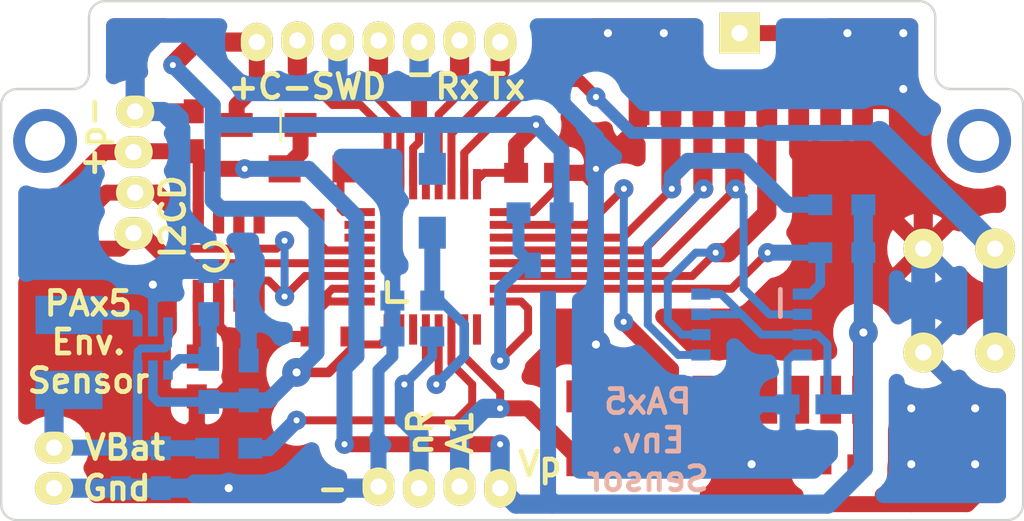
<source format=kicad_pcb>
(kicad_pcb (version 4) (host pcbnew 4.0.4-stable)

  (general
    (links 104)
    (no_connects 0)
    (area 13.674999 14.674999 78.325001 47.892857)
    (thickness 1.6)
    (drawings 30)
    (tracks 409)
    (zones 0)
    (modules 42)
    (nets 32)
  )

  (page A4)
  (layers
    (0 F.Cu signal)
    (31 B.Cu signal hide)
    (32 B.Adhes user)
    (33 F.Adhes user)
    (34 B.Paste user)
    (35 F.Paste user)
    (36 B.SilkS user)
    (37 F.SilkS user)
    (38 B.Mask user)
    (39 F.Mask user)
    (40 Dwgs.User user)
    (41 Cmts.User user)
    (42 Eco1.User user)
    (43 Eco2.User user)
    (44 Edge.Cuts user)
    (45 Margin user)
    (46 B.CrtYd user)
    (47 F.CrtYd user)
    (48 B.Fab user)
    (49 F.Fab user)
  )

  (setup
    (last_trace_width 0.5)
    (user_trace_width 0.6)
    (user_trace_width 0.7)
    (user_trace_width 0.75)
    (user_trace_width 1)
    (user_trace_width 1.2)
    (user_trace_width 1.5)
    (user_trace_width 2)
    (user_trace_width 2.5)
    (trace_clearance 0.25)
    (zone_clearance 0.99)
    (zone_45_only no)
    (trace_min 0.5)
    (segment_width 0.2)
    (edge_width 0.15)
    (via_size 1.2)
    (via_drill 0.381)
    (via_min_size 1)
    (via_min_drill 0.254)
    (user_via 1.8 0.381)
    (user_via 1.8 0.508)
    (user_via 2 0.762)
    (user_via 2 1.016)
    (uvia_size 0.3)
    (uvia_drill 0.1)
    (uvias_allowed no)
    (uvia_min_size 0.2)
    (uvia_min_drill 0.1)
    (pcb_text_width 0.3)
    (pcb_text_size 1.5 1.5)
    (mod_edge_width 0.15)
    (mod_text_size 1 1)
    (mod_text_width 0.15)
    (pad_size 2.54 2.54)
    (pad_drill 1.016)
    (pad_to_mask_clearance 0.2)
    (aux_axis_origin 11.75 11.75)
    (visible_elements 7FFC7FFF)
    (pcbplotparams
      (layerselection 0x010f0_80000001)
      (usegerberextensions true)
      (excludeedgelayer true)
      (linewidth 0.100000)
      (plotframeref false)
      (viasonmask false)
      (mode 1)
      (useauxorigin false)
      (hpglpennumber 1)
      (hpglpenspeed 20)
      (hpglpendiameter 15)
      (hpglpenoverlay 2)
      (psnegative false)
      (psa4output false)
      (plotreference false)
      (plotvalue false)
      (plotinvisibletext false)
      (padsonsilk false)
      (subtractmaskfromsilk false)
      (outputformat 1)
      (mirror false)
      (drillshape 0)
      (scaleselection 1)
      (outputdirectory Output/))
  )

  (net 0 "")
  (net 1 GND)
  (net 2 VDD)
  (net 3 /NRST)
  (net 4 /SWCLK)
  (net 5 /SWDIO)
  (net 6 "Net-(P20-Pad1)")
  (net 7 /SDA)
  (net 8 /SCL)
  (net 9 /GP1)
  (net 10 /GP2)
  (net 11 /MSCK)
  (net 12 /MISO)
  (net 13 /MOSI)
  (net 14 /RFint)
  (net 15 /CSM)
  (net 16 "Net-(C21-Pad1)")
  (net 17 /MRFSel)
  (net 18 "Net-(C4-Pad1)")
  (net 19 /ULED)
  (net 20 /GP0/USW)
  (net 21 "Net-(D90-Pad2)")
  (net 22 "Net-(C51-Pad1)")
  (net 23 /An0)
  (net 24 /An1)
  (net 25 /Vpo)
  (net 26 +3.3VP)
  (net 27 VCC)
  (net 28 "Net-(L40-Pad1)")
  (net 29 "Net-(R40-Pad1)")
  (net 30 /GP4)
  (net 31 /GP7)

  (net_class Default "This is the default net class."
    (clearance 0.25)
    (trace_width 0.5)
    (via_dia 1.2)
    (via_drill 0.381)
    (uvia_dia 0.3)
    (uvia_drill 0.1)
    (add_net +3.3VP)
    (add_net /An0)
    (add_net /An1)
    (add_net /CSM)
    (add_net /GP0/USW)
    (add_net /GP1)
    (add_net /GP2)
    (add_net /GP4)
    (add_net /GP7)
    (add_net /MISO)
    (add_net /MOSI)
    (add_net /MRFSel)
    (add_net /MSCK)
    (add_net /NRST)
    (add_net /RFint)
    (add_net /SCL)
    (add_net /SDA)
    (add_net /SWCLK)
    (add_net /SWDIO)
    (add_net /ULED)
    (add_net /Vpo)
    (add_net GND)
    (add_net "Net-(C21-Pad1)")
    (add_net "Net-(C4-Pad1)")
    (add_net "Net-(C51-Pad1)")
    (add_net "Net-(D90-Pad2)")
    (add_net "Net-(L40-Pad1)")
    (add_net "Net-(P20-Pad1)")
    (add_net "Net-(R40-Pad1)")
    (add_net VCC)
    (add_net VDD)
  )

  (module Calin:R_1206_HandSoldering (layer F.Cu) (tedit 57153C5C) (tstamp 5669FD6A)
    (at 50.25 41.75 90)
    (descr "Resistor SMD 1206, hand soldering")
    (tags "resistor 1206")
    (path /566A155F)
    (attr smd)
    (fp_text reference R52 (at 0 -2.3 90) (layer F.Fab)
      (effects (font (size 1 1) (thickness 0.15)))
    )
    (fp_text value 4k (at 0 2.3 90) (layer F.Fab)
      (effects (font (size 1 1) (thickness 0.15)))
    )
    (fp_line (start -1.6 -0.8) (end 1.6 -0.8) (layer F.Fab) (width 0.1))
    (fp_line (start 1.6 -0.8) (end 1.6 0.8) (layer F.Fab) (width 0.1))
    (fp_line (start 1.6 0.8) (end -1.6 0.8) (layer F.Fab) (width 0.1))
    (fp_line (start -1.6 0.8) (end -1.6 -0.8) (layer F.Fab) (width 0.1))
    (pad 1 smd rect (at -2 0 90) (size 2 1.7) (layers F.Cu F.Paste F.Mask)
      (net 24 /An1))
    (pad 2 smd rect (at 2 0 90) (size 2 1.7) (layers F.Cu F.Paste F.Mask)
      (net 1 GND))
    (model Resistors_SMD.3dshapes/R_1206_HandSoldering.wrl
      (at (xyz 0 0 0))
      (scale (xyz 1 1 1))
      (rotate (xyz 0 0 0))
    )
  )

  (module Calin:Pin_Header_Straight_1x02 (layer F.Cu) (tedit 57E443D1) (tstamp 56490602)
    (at 17.31 42.96)
    (descr "Through hole pin header")
    (tags "pin header")
    (path /57EE05EA)
    (fp_text reference P1 (at 0 -5.1) (layer F.Fab)
      (effects (font (size 1 1) (thickness 0.15)))
    )
    (fp_text value PwrIn (at 0 -3.1) (layer F.Fab)
      (effects (font (size 1 1) (thickness 0.15)))
    )
    (fp_line (start -1.75 -1.75) (end -1.75 4.3) (layer F.CrtYd) (width 0.05))
    (fp_line (start 1.75 -1.75) (end 1.75 4.3) (layer F.CrtYd) (width 0.05))
    (fp_line (start -1.75 -1.75) (end 1.75 -1.75) (layer F.CrtYd) (width 0.05))
    (fp_line (start -1.75 4.3) (end 1.75 4.3) (layer F.CrtYd) (width 0.05))
    (pad 1 thru_hole oval (at 0 0) (size 2.4 2) (drill 1.016) (layers *.Cu *.Mask F.SilkS)
      (net 27 VCC))
    (pad 2 thru_hole oval (at 0 2.54) (size 2.4 2) (drill 1.016) (layers *.Cu *.Mask F.SilkS)
      (net 1 GND))
    (model Pin_Headers.3dshapes/Pin_Header_Straight_1x02.wrl
      (at (xyz 0 -0.05 0))
      (scale (xyz 1 1 1))
      (rotate (xyz 0 0 90))
    )
  )

  (module Calin:Pin_Header_Straight_1x04 (layer F.Cu) (tedit 57E44575) (tstamp 56490607)
    (at 30.01 17.56 90)
    (descr "Through hole pin header")
    (tags "pin header")
    (path /57EE02F4)
    (fp_text reference P2 (at 0 -5.1 90) (layer F.Fab)
      (effects (font (size 1 1) (thickness 0.15)))
    )
    (fp_text value SWD (at 0 -3.1 90) (layer F.Fab)
      (effects (font (size 1 1) (thickness 0.15)))
    )
    (fp_line (start -1.75 -1.75) (end -1.75 9.4) (layer F.CrtYd) (width 0.05))
    (fp_line (start 1.75 -1.75) (end 1.75 9.4) (layer F.CrtYd) (width 0.05))
    (fp_line (start -1.75 -1.75) (end 1.75 -1.75) (layer F.CrtYd) (width 0.05))
    (fp_line (start -1.75 9.4) (end 1.75 9.4) (layer F.CrtYd) (width 0.05))
    (pad 1 thru_hole oval (at 0 0 90) (size 2.4 2) (drill 1.016) (layers *.Cu *.Mask F.SilkS)
      (net 2 VDD))
    (pad 2 thru_hole oval (at 0.1 2.54 90) (size 2.4 2) (drill 1.016) (layers *.Cu *.Mask F.SilkS)
      (net 4 /SWCLK))
    (pad 3 thru_hole oval (at 0 5.08 90) (size 2.4 2) (drill 1.016) (layers *.Cu *.Mask F.SilkS)
      (net 1 GND))
    (pad 4 thru_hole oval (at 0.1 7.62 90) (size 2.4 2) (drill 1.016) (layers *.Cu *.Mask F.SilkS)
      (net 5 /SWDIO))
    (model Pin_Headers.3dshapes/Pin_Header_Straight_1x04.wrl
      (at (xyz 0 -0.15 0))
      (scale (xyz 1 1 1))
      (rotate (xyz 0 0 90))
    )
  )

  (module Calin:Pin_Header_Straight_1x01 (layer F.Cu) (tedit 58B74B8E) (tstamp 5649062E)
    (at 60.25 17 180)
    (descr "Through hole pin header")
    (tags "pin header")
    (path /57EE38C9)
    (fp_text reference P20 (at 0 -5.1 180) (layer F.Fab)
      (effects (font (size 1 1) (thickness 0.15)))
    )
    (fp_text value Antenna (at 0 -3.1 180) (layer F.Fab)
      (effects (font (size 1 1) (thickness 0.15)))
    )
    (fp_line (start -1.75 -1.75) (end -1.75 1.75) (layer F.CrtYd) (width 0.05))
    (fp_line (start 1.75 -1.75) (end 1.75 1.75) (layer F.CrtYd) (width 0.05))
    (fp_line (start -1.75 -1.75) (end 1.75 -1.75) (layer F.CrtYd) (width 0.05))
    (fp_line (start -1.75 1.75) (end 1.75 1.75) (layer F.CrtYd) (width 0.05))
    (pad 1 thru_hole rect (at 0 0 180) (size 2.54 2.54) (drill 1.016) (layers *.Cu *.Mask F.SilkS)
      (net 6 "Net-(P20-Pad1)"))
    (model Pin_Headers.3dshapes/Pin_Header_Straight_1x01.wrl
      (at (xyz 0 0 0))
      (scale (xyz 1 1 1))
      (rotate (xyz 0 0 90))
    )
  )

  (module Calin:Pin_Header_Straight_1x03 (layer F.Cu) (tedit 57E4455B) (tstamp 5706DAE6)
    (at 45.25 17.56 270)
    (descr "Through hole pin header")
    (tags "pin header")
    (path /57EDFD03)
    (fp_text reference P11 (at 0 -5.1 270) (layer F.Fab)
      (effects (font (size 1 1) (thickness 0.15)))
    )
    (fp_text value USART (at 0 -3.1 270) (layer F.Fab)
      (effects (font (size 1 1) (thickness 0.15)))
    )
    (fp_line (start -1.75 -1.75) (end -1.75 6.85) (layer F.CrtYd) (width 0.05))
    (fp_line (start 1.75 -1.75) (end 1.75 6.85) (layer F.CrtYd) (width 0.05))
    (fp_line (start -1.75 -1.75) (end 1.75 -1.75) (layer F.CrtYd) (width 0.05))
    (fp_line (start -1.75 6.85) (end 1.75 6.85) (layer F.CrtYd) (width 0.05))
    (pad 1 thru_hole oval (at 0 0 270) (size 2.4 2) (drill 1.016) (layers *.Cu *.Mask F.SilkS)
      (net 9 /GP1))
    (pad 2 thru_hole oval (at -0.1 2.54 270) (size 2.4 2) (drill 1.016) (layers *.Cu *.Mask F.SilkS)
      (net 10 /GP2))
    (pad 3 thru_hole oval (at 0 5.08 270) (size 2.4 2) (drill 1.016) (layers *.Cu *.Mask F.SilkS)
      (net 1 GND))
    (model Pin_Headers.3dshapes/Pin_Header_Straight_1x03.wrl
      (at (xyz 0 -0.1 0))
      (scale (xyz 1 1 1))
      (rotate (xyz 0 0 90))
    )
  )

  (module Calin:C_0805_HandSoldering (layer B.Cu) (tedit 57151B25) (tstamp 57137AAF)
    (at 24 44.25 270)
    (descr "Capacitor SMD 0805, hand soldering")
    (tags "capacitor 0805")
    (path /57137E5E)
    (attr smd)
    (fp_text reference C41 (at 0 2.1 270) (layer B.Fab)
      (effects (font (size 1 1) (thickness 0.15)) (justify mirror))
    )
    (fp_text value 100nF (at 0 -2.1 270) (layer B.Fab)
      (effects (font (size 1 1) (thickness 0.15)) (justify mirror))
    )
    (fp_line (start -1 0.625) (end 1 0.625) (layer B.Fab) (width 0.1))
    (fp_line (start 1 0.625) (end 1 -0.625) (layer B.Fab) (width 0.1))
    (fp_line (start 1 -0.625) (end -1 -0.625) (layer B.Fab) (width 0.1))
    (fp_line (start -1 -0.625) (end -1 0.625) (layer B.Fab) (width 0.1))
    (pad 1 smd rect (at -1.25 0 270) (size 1.5 1.25) (layers B.Cu B.Paste B.Mask)
      (net 27 VCC))
    (pad 2 smd rect (at 1.25 0 270) (size 1.5 1.25) (layers B.Cu B.Paste B.Mask)
      (net 1 GND))
    (model Capacitors_SMD.3dshapes/C_0805_HandSoldering.wrl
      (at (xyz 0 0 0))
      (scale (xyz 1 1 1))
      (rotate (xyz 0 0 0))
    )
  )

  (module Calin:C_0805_HandSoldering (layer B.Cu) (tedit 57151B25) (tstamp 57137AA9)
    (at 21.5 44.25 270)
    (descr "Capacitor SMD 0805, hand soldering")
    (tags "capacitor 0805")
    (path /57137E6A)
    (attr smd)
    (fp_text reference C40 (at 0 2.1 270) (layer B.Fab)
      (effects (font (size 1 1) (thickness 0.15)) (justify mirror))
    )
    (fp_text value 4.7uF (at 0 -2.1 270) (layer B.Fab)
      (effects (font (size 1 1) (thickness 0.15)) (justify mirror))
    )
    (fp_line (start -1 0.625) (end 1 0.625) (layer B.Fab) (width 0.1))
    (fp_line (start 1 0.625) (end 1 -0.625) (layer B.Fab) (width 0.1))
    (fp_line (start 1 -0.625) (end -1 -0.625) (layer B.Fab) (width 0.1))
    (fp_line (start -1 -0.625) (end -1 0.625) (layer B.Fab) (width 0.1))
    (pad 1 smd rect (at -1.25 0 270) (size 1.5 1.25) (layers B.Cu B.Paste B.Mask)
      (net 27 VCC))
    (pad 2 smd rect (at 1.25 0 270) (size 1.5 1.25) (layers B.Cu B.Paste B.Mask)
      (net 1 GND))
    (model Capacitors_SMD.3dshapes/C_0805_HandSoldering.wrl
      (at (xyz 0 0 0))
      (scale (xyz 1 1 1))
      (rotate (xyz 0 0 0))
    )
  )

  (module Calin:C_0805_HandSoldering (layer B.Cu) (tedit 57151B25) (tstamp 570A94BC)
    (at 29.5 38.75 90)
    (descr "Capacitor SMD 0805, hand soldering")
    (tags "capacitor 0805")
    (path /56463E4D)
    (attr smd)
    (fp_text reference C1 (at 0 2.1 90) (layer B.Fab)
      (effects (font (size 1 1) (thickness 0.15)) (justify mirror))
    )
    (fp_text value 10uF (at 0 -2.1 90) (layer B.Fab)
      (effects (font (size 1 1) (thickness 0.15)) (justify mirror))
    )
    (fp_line (start -1 0.625) (end 1 0.625) (layer B.Fab) (width 0.1))
    (fp_line (start 1 0.625) (end 1 -0.625) (layer B.Fab) (width 0.1))
    (fp_line (start 1 -0.625) (end -1 -0.625) (layer B.Fab) (width 0.1))
    (fp_line (start -1 -0.625) (end -1 0.625) (layer B.Fab) (width 0.1))
    (pad 1 smd rect (at -1.25 0 90) (size 1.5 1.25) (layers B.Cu B.Paste B.Mask)
      (net 2 VDD))
    (pad 2 smd rect (at 1.25 0 90) (size 1.5 1.25) (layers B.Cu B.Paste B.Mask)
      (net 1 GND))
    (model Capacitors_SMD.3dshapes/C_0805_HandSoldering.wrl
      (at (xyz 0 0 0))
      (scale (xyz 1 1 1))
      (rotate (xyz 0 0 0))
    )
  )

  (module Calin:C_0805_HandSoldering (layer F.Cu) (tedit 57151B25) (tstamp 5706DAE5)
    (at 49 18.75 90)
    (descr "Capacitor SMD 0805, hand soldering")
    (tags "capacitor 0805")
    (path /5706D7D7)
    (attr smd)
    (fp_text reference C6 (at 0 -2.1 90) (layer F.Fab)
      (effects (font (size 1 1) (thickness 0.15)))
    )
    (fp_text value 100nF (at 0 2.1 90) (layer F.Fab)
      (effects (font (size 1 1) (thickness 0.15)))
    )
    (fp_line (start -1 -0.625) (end 1 -0.625) (layer F.Fab) (width 0.1))
    (fp_line (start 1 -0.625) (end 1 0.625) (layer F.Fab) (width 0.1))
    (fp_line (start 1 0.625) (end -1 0.625) (layer F.Fab) (width 0.1))
    (fp_line (start -1 0.625) (end -1 -0.625) (layer F.Fab) (width 0.1))
    (pad 1 smd rect (at -1.25 0 90) (size 1.5 1.25) (layers F.Cu F.Paste F.Mask)
      (net 20 /GP0/USW))
    (pad 2 smd rect (at 1.25 0 90) (size 1.5 1.25) (layers F.Cu F.Paste F.Mask)
      (net 1 GND))
    (model Capacitors_SMD.3dshapes/C_0805_HandSoldering.wrl
      (at (xyz 0 0 0))
      (scale (xyz 1 1 1))
      (rotate (xyz 0 0 0))
    )
  )

  (module Calin:C_0805_HandSoldering (layer F.Cu) (tedit 57151B25) (tstamp 56640F4C)
    (at 26.25 38.5 270)
    (descr "Capacitor SMD 0805, hand soldering")
    (tags "capacitor 0805")
    (path /564BB0C0)
    (attr smd)
    (fp_text reference C51 (at 0 -2.1 270) (layer F.Fab)
      (effects (font (size 1 1) (thickness 0.15)))
    )
    (fp_text value 100nF (at 0 2.1 270) (layer F.Fab)
      (effects (font (size 1 1) (thickness 0.15)))
    )
    (fp_line (start -1 -0.625) (end 1 -0.625) (layer F.Fab) (width 0.1))
    (fp_line (start 1 -0.625) (end 1 0.625) (layer F.Fab) (width 0.1))
    (fp_line (start 1 0.625) (end -1 0.625) (layer F.Fab) (width 0.1))
    (fp_line (start -1 0.625) (end -1 -0.625) (layer F.Fab) (width 0.1))
    (pad 1 smd rect (at -1.25 0 270) (size 1.5 1.25) (layers F.Cu F.Paste F.Mask)
      (net 22 "Net-(C51-Pad1)"))
    (pad 2 smd rect (at 1.25 0 270) (size 1.5 1.25) (layers F.Cu F.Paste F.Mask)
      (net 1 GND))
    (model Capacitors_SMD.3dshapes/C_0805_HandSoldering.wrl
      (at (xyz 0 0 0))
      (scale (xyz 1 1 1))
      (rotate (xyz 0 0 0))
    )
  )

  (module Calin:C_0805_HandSoldering (layer F.Cu) (tedit 57151B25) (tstamp 56640F46)
    (at 26.062 23.146 90)
    (descr "Capacitor SMD 0805, hand soldering")
    (tags "capacitor 0805")
    (path /564BB1FA)
    (attr smd)
    (fp_text reference C50 (at 0 -2.1 90) (layer F.Fab)
      (effects (font (size 1 1) (thickness 0.15)))
    )
    (fp_text value 100nF (at 0 2.1 90) (layer F.Fab)
      (effects (font (size 1 1) (thickness 0.15)))
    )
    (fp_line (start -1 -0.625) (end 1 -0.625) (layer F.Fab) (width 0.1))
    (fp_line (start 1 -0.625) (end 1 0.625) (layer F.Fab) (width 0.1))
    (fp_line (start 1 0.625) (end -1 0.625) (layer F.Fab) (width 0.1))
    (fp_line (start -1 0.625) (end -1 -0.625) (layer F.Fab) (width 0.1))
    (pad 1 smd rect (at -1.25 0 90) (size 1.5 1.25) (layers F.Cu F.Paste F.Mask)
      (net 26 +3.3VP))
    (pad 2 smd rect (at 1.25 0 90) (size 1.5 1.25) (layers F.Cu F.Paste F.Mask)
      (net 1 GND))
    (model Capacitors_SMD.3dshapes/C_0805_HandSoldering.wrl
      (at (xyz 0 0 0))
      (scale (xyz 1 1 1))
      (rotate (xyz 0 0 0))
    )
  )

  (module Calin:C_0805_HandSoldering (layer B.Cu) (tedit 57151B25) (tstamp 5649085F)
    (at 64.5 40.25 180)
    (descr "Capacitor SMD 0805, hand soldering")
    (tags "capacitor 0805")
    (path /56465AE6)
    (attr smd)
    (fp_text reference C30 (at 0 2.1 180) (layer B.Fab)
      (effects (font (size 1 1) (thickness 0.15)) (justify mirror))
    )
    (fp_text value 100nF (at 0 -2.1 180) (layer B.Fab)
      (effects (font (size 1 1) (thickness 0.15)) (justify mirror))
    )
    (fp_line (start -1 0.625) (end 1 0.625) (layer B.Fab) (width 0.1))
    (fp_line (start 1 0.625) (end 1 -0.625) (layer B.Fab) (width 0.1))
    (fp_line (start 1 -0.625) (end -1 -0.625) (layer B.Fab) (width 0.1))
    (fp_line (start -1 -0.625) (end -1 0.625) (layer B.Fab) (width 0.1))
    (pad 1 smd rect (at -1.25 0 180) (size 1.5 1.25) (layers B.Cu B.Paste B.Mask)
      (net 26 +3.3VP))
    (pad 2 smd rect (at 1.25 0 180) (size 1.5 1.25) (layers B.Cu B.Paste B.Mask)
      (net 1 GND))
    (model Capacitors_SMD.3dshapes/C_0805_HandSoldering.wrl
      (at (xyz 0 0 0))
      (scale (xyz 1 1 1))
      (rotate (xyz 0 0 0))
    )
  )

  (module Calin:C_0805_HandSoldering (layer F.Cu) (tedit 57151B25) (tstamp 5649085A)
    (at 55.5 44.01)
    (descr "Capacitor SMD 0805, hand soldering")
    (tags "capacitor 0805")
    (path /56464837)
    (attr smd)
    (fp_text reference C21 (at 0 -2.1) (layer F.Fab)
      (effects (font (size 1 1) (thickness 0.15)))
    )
    (fp_text value 100nF (at 0 2.1) (layer F.Fab)
      (effects (font (size 1 1) (thickness 0.15)))
    )
    (fp_line (start -1 -0.625) (end 1 -0.625) (layer F.Fab) (width 0.1))
    (fp_line (start 1 -0.625) (end 1 0.625) (layer F.Fab) (width 0.1))
    (fp_line (start 1 0.625) (end -1 0.625) (layer F.Fab) (width 0.1))
    (fp_line (start -1 0.625) (end -1 -0.625) (layer F.Fab) (width 0.1))
    (pad 1 smd rect (at -1.25 0) (size 1.5 1.25) (layers F.Cu F.Paste F.Mask)
      (net 16 "Net-(C21-Pad1)"))
    (pad 2 smd rect (at 1.25 0) (size 1.5 1.25) (layers F.Cu F.Paste F.Mask)
      (net 1 GND))
    (model Capacitors_SMD.3dshapes/C_0805_HandSoldering.wrl
      (at (xyz 0 0 0))
      (scale (xyz 1 1 1))
      (rotate (xyz 0 0 0))
    )
  )

  (module Calin:C_0805_HandSoldering (layer F.Cu) (tedit 57151B25) (tstamp 56490855)
    (at 66.5 44.01 180)
    (descr "Capacitor SMD 0805, hand soldering")
    (tags "capacitor 0805")
    (path /564647D8)
    (attr smd)
    (fp_text reference C20 (at 0 -2.1 180) (layer F.Fab)
      (effects (font (size 1 1) (thickness 0.15)))
    )
    (fp_text value 100nF (at 0 2.1 180) (layer F.Fab)
      (effects (font (size 1 1) (thickness 0.15)))
    )
    (fp_line (start -1 -0.625) (end 1 -0.625) (layer F.Fab) (width 0.1))
    (fp_line (start 1 -0.625) (end 1 0.625) (layer F.Fab) (width 0.1))
    (fp_line (start 1 0.625) (end -1 0.625) (layer F.Fab) (width 0.1))
    (fp_line (start -1 0.625) (end -1 -0.625) (layer F.Fab) (width 0.1))
    (pad 1 smd rect (at -1.25 0 180) (size 1.5 1.25) (layers F.Cu F.Paste F.Mask)
      (net 26 +3.3VP))
    (pad 2 smd rect (at 1.25 0 180) (size 1.5 1.25) (layers F.Cu F.Paste F.Mask)
      (net 1 GND))
    (model Capacitors_SMD.3dshapes/C_0805_HandSoldering.wrl
      (at (xyz 0 0 0))
      (scale (xyz 1 1 1))
      (rotate (xyz 0 0 0))
    )
  )

  (module Calin:C_0805_HandSoldering (layer B.Cu) (tedit 57151B25) (tstamp 56490850)
    (at 39.75 36 180)
    (descr "Capacitor SMD 0805, hand soldering")
    (tags "capacitor 0805")
    (path /56463DA4)
    (attr smd)
    (fp_text reference C5 (at 0 2.1 180) (layer B.Fab)
      (effects (font (size 1 1) (thickness 0.15)) (justify mirror))
    )
    (fp_text value 100nF (at 0 -2.1 180) (layer B.Fab)
      (effects (font (size 1 1) (thickness 0.15)) (justify mirror))
    )
    (fp_line (start -1 0.625) (end 1 0.625) (layer B.Fab) (width 0.1))
    (fp_line (start 1 0.625) (end 1 -0.625) (layer B.Fab) (width 0.1))
    (fp_line (start 1 -0.625) (end -1 -0.625) (layer B.Fab) (width 0.1))
    (fp_line (start -1 -0.625) (end -1 0.625) (layer B.Fab) (width 0.1))
    (pad 1 smd rect (at -1.25 0 180) (size 1.5 1.25) (layers B.Cu B.Paste B.Mask)
      (net 3 /NRST))
    (pad 2 smd rect (at 1.25 0 180) (size 1.5 1.25) (layers B.Cu B.Paste B.Mask)
      (net 1 GND))
    (model Capacitors_SMD.3dshapes/C_0805_HandSoldering.wrl
      (at (xyz 0 0 0))
      (scale (xyz 1 1 1))
      (rotate (xyz 0 0 0))
    )
  )

  (module Calin:C_0805_HandSoldering (layer B.Cu) (tedit 57151B25) (tstamp 5649084B)
    (at 39.75 33.75 180)
    (descr "Capacitor SMD 0805, hand soldering")
    (tags "capacitor 0805")
    (path /56463DF8)
    (attr smd)
    (fp_text reference C4 (at 0 2.1 180) (layer B.Fab)
      (effects (font (size 1 1) (thickness 0.15)) (justify mirror))
    )
    (fp_text value 100nF (at 0 -2.1 180) (layer B.Fab)
      (effects (font (size 1 1) (thickness 0.15)) (justify mirror))
    )
    (fp_line (start -1 0.625) (end 1 0.625) (layer B.Fab) (width 0.1))
    (fp_line (start 1 0.625) (end 1 -0.625) (layer B.Fab) (width 0.1))
    (fp_line (start 1 -0.625) (end -1 -0.625) (layer B.Fab) (width 0.1))
    (fp_line (start -1 -0.625) (end -1 0.625) (layer B.Fab) (width 0.1))
    (pad 1 smd rect (at -1.25 0 180) (size 1.5 1.25) (layers B.Cu B.Paste B.Mask)
      (net 18 "Net-(C4-Pad1)"))
    (pad 2 smd rect (at 1.25 0 180) (size 1.5 1.25) (layers B.Cu B.Paste B.Mask)
      (net 1 GND))
    (model Capacitors_SMD.3dshapes/C_0805_HandSoldering.wrl
      (at (xyz 0 0 0))
      (scale (xyz 1 1 1))
      (rotate (xyz 0 0 0))
    )
  )

  (module Calin:C_0805_HandSoldering (layer F.Cu) (tedit 57151B25) (tstamp 56490846)
    (at 47.5 25.75)
    (descr "Capacitor SMD 0805, hand soldering")
    (tags "capacitor 0805")
    (path /56463D53)
    (attr smd)
    (fp_text reference C3 (at 0 -2.1) (layer F.Fab)
      (effects (font (size 1 1) (thickness 0.15)))
    )
    (fp_text value 100nF (at 0 2.1) (layer F.Fab)
      (effects (font (size 1 1) (thickness 0.15)))
    )
    (fp_line (start -1 -0.625) (end 1 -0.625) (layer F.Fab) (width 0.1))
    (fp_line (start 1 -0.625) (end 1 0.625) (layer F.Fab) (width 0.1))
    (fp_line (start 1 0.625) (end -1 0.625) (layer F.Fab) (width 0.1))
    (fp_line (start -1 0.625) (end -1 -0.625) (layer F.Fab) (width 0.1))
    (pad 1 smd rect (at -1.25 0) (size 1.5 1.25) (layers F.Cu F.Paste F.Mask)
      (net 2 VDD))
    (pad 2 smd rect (at 1.25 0) (size 1.5 1.25) (layers F.Cu F.Paste F.Mask)
      (net 1 GND))
    (model Capacitors_SMD.3dshapes/C_0805_HandSoldering.wrl
      (at (xyz 0 0 0))
      (scale (xyz 1 1 1))
      (rotate (xyz 0 0 0))
    )
  )

  (module Calin:C_0805_HandSoldering (layer F.Cu) (tedit 57151B25) (tstamp 56490841)
    (at 34.75 36 180)
    (descr "Capacitor SMD 0805, hand soldering")
    (tags "capacitor 0805")
    (path /56463B6D)
    (attr smd)
    (fp_text reference C2 (at 0 -2.1 180) (layer F.Fab)
      (effects (font (size 1 1) (thickness 0.15)))
    )
    (fp_text value 100nF (at 0 2.1 180) (layer F.Fab)
      (effects (font (size 1 1) (thickness 0.15)))
    )
    (fp_line (start -1 -0.625) (end 1 -0.625) (layer F.Fab) (width 0.1))
    (fp_line (start 1 -0.625) (end 1 0.625) (layer F.Fab) (width 0.1))
    (fp_line (start 1 0.625) (end -1 0.625) (layer F.Fab) (width 0.1))
    (fp_line (start -1 0.625) (end -1 -0.625) (layer F.Fab) (width 0.1))
    (pad 1 smd rect (at -1.25 0 180) (size 1.5 1.25) (layers F.Cu F.Paste F.Mask)
      (net 2 VDD))
    (pad 2 smd rect (at 1.25 0 180) (size 1.5 1.25) (layers F.Cu F.Paste F.Mask)
      (net 1 GND))
    (model Capacitors_SMD.3dshapes/C_0805_HandSoldering.wrl
      (at (xyz 0 0 0))
      (scale (xyz 1 1 1))
      (rotate (xyz 0 0 0))
    )
  )

  (module Calin:R_1206_HandSoldering (layer F.Cu) (tedit 57153C5C) (tstamp 56490873)
    (at 33.75 25.5)
    (descr "Resistor SMD 1206, hand soldering")
    (tags "resistor 1206")
    (path /5646612D)
    (attr smd)
    (fp_text reference R90 (at 0 -2.3) (layer F.Fab)
      (effects (font (size 1 1) (thickness 0.15)))
    )
    (fp_text value 330 (at 0 2.3) (layer F.Fab)
      (effects (font (size 1 1) (thickness 0.15)))
    )
    (fp_line (start -1.6 -0.8) (end 1.6 -0.8) (layer F.Fab) (width 0.1))
    (fp_line (start 1.6 -0.8) (end 1.6 0.8) (layer F.Fab) (width 0.1))
    (fp_line (start 1.6 0.8) (end -1.6 0.8) (layer F.Fab) (width 0.1))
    (fp_line (start -1.6 0.8) (end -1.6 -0.8) (layer F.Fab) (width 0.1))
    (pad 1 smd rect (at -2 0) (size 2 1.7) (layers F.Cu F.Paste F.Mask)
      (net 21 "Net-(D90-Pad2)"))
    (pad 2 smd rect (at 2 0) (size 2 1.7) (layers F.Cu F.Paste F.Mask)
      (net 19 /ULED))
    (model Resistors_SMD.3dshapes/R_1206_HandSoldering.wrl
      (at (xyz 0 0 0))
      (scale (xyz 1 1 1))
      (rotate (xyz 0 0 0))
    )
  )

  (module Calin:R_1206_HandSoldering (layer B.Cu) (tedit 57153C5C) (tstamp 56490864)
    (at 41 27.5 270)
    (descr "Resistor SMD 1206, hand soldering")
    (tags "resistor 1206")
    (path /563D2C0F)
    (attr smd)
    (fp_text reference L1 (at 0 2.3 270) (layer B.Fab)
      (effects (font (size 1 1) (thickness 0.15)) (justify mirror))
    )
    (fp_text value INDUCTOR (at 0 -2.3 270) (layer B.Fab)
      (effects (font (size 1 1) (thickness 0.15)) (justify mirror))
    )
    (fp_line (start -1.6 0.8) (end 1.6 0.8) (layer B.Fab) (width 0.1))
    (fp_line (start 1.6 0.8) (end 1.6 -0.8) (layer B.Fab) (width 0.1))
    (fp_line (start 1.6 -0.8) (end -1.6 -0.8) (layer B.Fab) (width 0.1))
    (fp_line (start -1.6 -0.8) (end -1.6 0.8) (layer B.Fab) (width 0.1))
    (pad 1 smd rect (at -2 0 270) (size 2 1.7) (layers B.Cu B.Paste B.Mask)
      (net 2 VDD))
    (pad 2 smd rect (at 2 0 270) (size 2 1.7) (layers B.Cu B.Paste B.Mask)
      (net 18 "Net-(C4-Pad1)"))
    (model Resistors_SMD.3dshapes/R_1206_HandSoldering.wrl
      (at (xyz 0 0 0))
      (scale (xyz 1 1 1))
      (rotate (xyz 0 0 0))
    )
  )

  (module Calin:R_0805_HandSoldering (layer B.Cu) (tedit 57153D72) (tstamp 5713F6DD)
    (at 28.25 43 180)
    (descr "Resistor SMD 0805, hand soldering")
    (tags "resistor 0805")
    (path /571403A9)
    (attr smd)
    (fp_text reference R53 (at 0 2.1 180) (layer B.Fab)
      (effects (font (size 1 1) (thickness 0.15)) (justify mirror))
    )
    (fp_text value 10k (at 0 -2.1 180) (layer B.Fab)
      (effects (font (size 1 1) (thickness 0.15)) (justify mirror))
    )
    (fp_line (start -1 0.625) (end 1 0.625) (layer B.Fab) (width 0.1))
    (fp_line (start 1 0.625) (end 1 -0.625) (layer B.Fab) (width 0.1))
    (fp_line (start 1 -0.625) (end -1 -0.625) (layer B.Fab) (width 0.1))
    (fp_line (start -1 -0.625) (end -1 0.625) (layer B.Fab) (width 0.1))
    (pad 1 smd rect (at -1.35 0 180) (size 1.5 1.3) (layers B.Cu B.Paste B.Mask)
      (net 23 /An0))
    (pad 2 smd rect (at 1.35 0 180) (size 1.5 1.3) (layers B.Cu B.Paste B.Mask)
      (net 27 VCC))
    (model Resistors_SMD.3dshapes/R_0805_HandSoldering.wrl
      (at (xyz 0 0 0))
      (scale (xyz 1 1 1))
      (rotate (xyz 0 0 0))
    )
  )

  (module Calin:R_0805_HandSoldering (layer B.Cu) (tedit 57153D72) (tstamp 57137AC1)
    (at 27 33.25 270)
    (descr "Resistor SMD 0805, hand soldering")
    (tags "resistor 0805")
    (path /57138696)
    (attr smd)
    (fp_text reference R41 (at 0 2.1 270) (layer B.Fab)
      (effects (font (size 1 1) (thickness 0.15)) (justify mirror))
    )
    (fp_text value 1M (at 0 -2.1 270) (layer B.Fab)
      (effects (font (size 1 1) (thickness 0.15)) (justify mirror))
    )
    (fp_line (start -1 0.625) (end 1 0.625) (layer B.Fab) (width 0.1))
    (fp_line (start 1 0.625) (end 1 -0.625) (layer B.Fab) (width 0.1))
    (fp_line (start 1 -0.625) (end -1 -0.625) (layer B.Fab) (width 0.1))
    (fp_line (start -1 -0.625) (end -1 0.625) (layer B.Fab) (width 0.1))
    (pad 1 smd rect (at -1.35 0 270) (size 1.5 1.3) (layers B.Cu B.Paste B.Mask)
      (net 1 GND))
    (pad 2 smd rect (at 1.35 0 270) (size 1.5 1.3) (layers B.Cu B.Paste B.Mask)
      (net 29 "Net-(R40-Pad1)"))
    (model Resistors_SMD.3dshapes/R_0805_HandSoldering.wrl
      (at (xyz 0 0 0))
      (scale (xyz 1 1 1))
      (rotate (xyz 0 0 0))
    )
  )

  (module Calin:R_0805_HandSoldering (layer B.Cu) (tedit 57153D72) (tstamp 57137ABB)
    (at 27 38.75 270)
    (descr "Resistor SMD 0805, hand soldering")
    (tags "resistor 0805")
    (path /57138170)
    (attr smd)
    (fp_text reference R40 (at 0 2.1 270) (layer B.Fab)
      (effects (font (size 1 1) (thickness 0.15)) (justify mirror))
    )
    (fp_text value 1M69 (at 0 -2.1 270) (layer B.Fab)
      (effects (font (size 1 1) (thickness 0.15)) (justify mirror))
    )
    (fp_line (start -1 0.625) (end 1 0.625) (layer B.Fab) (width 0.1))
    (fp_line (start 1 0.625) (end 1 -0.625) (layer B.Fab) (width 0.1))
    (fp_line (start 1 -0.625) (end -1 -0.625) (layer B.Fab) (width 0.1))
    (fp_line (start -1 -0.625) (end -1 0.625) (layer B.Fab) (width 0.1))
    (pad 1 smd rect (at -1.35 0 270) (size 1.5 1.3) (layers B.Cu B.Paste B.Mask)
      (net 29 "Net-(R40-Pad1)"))
    (pad 2 smd rect (at 1.35 0 270) (size 1.5 1.3) (layers B.Cu B.Paste B.Mask)
      (net 2 VDD))
    (model Resistors_SMD.3dshapes/R_0805_HandSoldering.wrl
      (at (xyz 0 0 0))
      (scale (xyz 1 1 1))
      (rotate (xyz 0 0 0))
    )
  )

  (module Calin:R_0805_HandSoldering (layer B.Cu) (tedit 57153D72) (tstamp 57028872)
    (at 47.75 28.25)
    (descr "Resistor SMD 0805, hand soldering")
    (tags "resistor 0805")
    (path /57029831)
    (attr smd)
    (fp_text reference R3 (at 0 2.1) (layer B.Fab)
      (effects (font (size 1 1) (thickness 0.15)) (justify mirror))
    )
    (fp_text value 47k (at 0 -2.1) (layer B.Fab)
      (effects (font (size 1 1) (thickness 0.15)) (justify mirror))
    )
    (fp_line (start -1 0.625) (end 1 0.625) (layer B.Fab) (width 0.1))
    (fp_line (start 1 0.625) (end 1 -0.625) (layer B.Fab) (width 0.1))
    (fp_line (start 1 -0.625) (end -1 -0.625) (layer B.Fab) (width 0.1))
    (fp_line (start -1 -0.625) (end -1 0.625) (layer B.Fab) (width 0.1))
    (pad 1 smd rect (at -1.35 0) (size 1.5 1.3) (layers B.Cu B.Paste B.Mask)
      (net 25 /Vpo))
    (pad 2 smd rect (at 1.35 0) (size 1.5 1.3) (layers B.Cu B.Paste B.Mask)
      (net 2 VDD))
    (model Resistors_SMD.3dshapes/R_0805_HandSoldering.wrl
      (at (xyz 0 0 0))
      (scale (xyz 1 1 1))
      (rotate (xyz 0 0 0))
    )
  )

  (module Calin:R_0805_HandSoldering (layer F.Cu) (tedit 57153D72) (tstamp 56641630)
    (at 17.75 30.5)
    (descr "Resistor SMD 0805, hand soldering")
    (tags "resistor 0805")
    (path /566400F9)
    (attr smd)
    (fp_text reference R51 (at 0 -2.1) (layer F.Fab)
      (effects (font (size 1 1) (thickness 0.15)))
    )
    (fp_text value 1k8 (at 0 2.1) (layer F.Fab)
      (effects (font (size 1 1) (thickness 0.15)))
    )
    (fp_line (start -1 -0.625) (end 1 -0.625) (layer F.Fab) (width 0.1))
    (fp_line (start 1 -0.625) (end 1 0.625) (layer F.Fab) (width 0.1))
    (fp_line (start 1 0.625) (end -1 0.625) (layer F.Fab) (width 0.1))
    (fp_line (start -1 0.625) (end -1 -0.625) (layer F.Fab) (width 0.1))
    (pad 1 smd rect (at -1.35 0) (size 1.5 1.3) (layers F.Cu F.Paste F.Mask)
      (net 26 +3.3VP))
    (pad 2 smd rect (at 1.35 0) (size 1.5 1.3) (layers F.Cu F.Paste F.Mask)
      (net 8 /SCL))
    (model Resistors_SMD.3dshapes/R_0805_HandSoldering.wrl
      (at (xyz 0 0 0))
      (scale (xyz 1 1 1))
      (rotate (xyz 0 0 0))
    )
  )

  (module Calin:R_0805_HandSoldering (layer F.Cu) (tedit 57153D72) (tstamp 5664162B)
    (at 17.75 28.5)
    (descr "Resistor SMD 0805, hand soldering")
    (tags "resistor 0805")
    (path /5663FEC3)
    (attr smd)
    (fp_text reference R50 (at 0 -2.1) (layer F.Fab)
      (effects (font (size 1 1) (thickness 0.15)))
    )
    (fp_text value 1k8 (at 0 2.1) (layer F.Fab)
      (effects (font (size 1 1) (thickness 0.15)))
    )
    (fp_line (start -1 -0.625) (end 1 -0.625) (layer F.Fab) (width 0.1))
    (fp_line (start 1 -0.625) (end 1 0.625) (layer F.Fab) (width 0.1))
    (fp_line (start 1 0.625) (end -1 0.625) (layer F.Fab) (width 0.1))
    (fp_line (start -1 0.625) (end -1 -0.625) (layer F.Fab) (width 0.1))
    (pad 1 smd rect (at -1.35 0) (size 1.5 1.3) (layers F.Cu F.Paste F.Mask)
      (net 26 +3.3VP))
    (pad 2 smd rect (at 1.35 0) (size 1.5 1.3) (layers F.Cu F.Paste F.Mask)
      (net 7 /SDA))
    (model Resistors_SMD.3dshapes/R_0805_HandSoldering.wrl
      (at (xyz 0 0 0))
      (scale (xyz 1 1 1))
      (rotate (xyz 0 0 0))
    )
  )

  (module Calin:R_0805_HandSoldering (layer B.Cu) (tedit 57153D72) (tstamp 5649086E)
    (at 66.65 27.75 180)
    (descr "Resistor SMD 0805, hand soldering")
    (tags "resistor 0805")
    (path /5648B5D9)
    (attr smd)
    (fp_text reference R2 (at 0 2.1 180) (layer B.Fab)
      (effects (font (size 1 1) (thickness 0.15)) (justify mirror))
    )
    (fp_text value 47k (at 0 -2.1 180) (layer B.Fab)
      (effects (font (size 1 1) (thickness 0.15)) (justify mirror))
    )
    (fp_line (start -1 0.625) (end 1 0.625) (layer B.Fab) (width 0.1))
    (fp_line (start 1 0.625) (end 1 -0.625) (layer B.Fab) (width 0.1))
    (fp_line (start 1 -0.625) (end -1 -0.625) (layer B.Fab) (width 0.1))
    (fp_line (start -1 -0.625) (end -1 0.625) (layer B.Fab) (width 0.1))
    (pad 1 smd rect (at -1.35 0 180) (size 1.5 1.3) (layers B.Cu B.Paste B.Mask)
      (net 26 +3.3VP))
    (pad 2 smd rect (at 1.35 0 180) (size 1.5 1.3) (layers B.Cu B.Paste B.Mask)
      (net 17 /MRFSel))
    (model Resistors_SMD.3dshapes/R_0805_HandSoldering.wrl
      (at (xyz 0 0 0))
      (scale (xyz 1 1 1))
      (rotate (xyz 0 0 0))
    )
  )

  (module Calin:R_0805_HandSoldering (layer B.Cu) (tedit 57153D72) (tstamp 56490869)
    (at 66.65 30.75 180)
    (descr "Resistor SMD 0805, hand soldering")
    (tags "resistor 0805")
    (path /5648B47E)
    (attr smd)
    (fp_text reference R1 (at 0 2.1 180) (layer B.Fab)
      (effects (font (size 1 1) (thickness 0.15)) (justify mirror))
    )
    (fp_text value 47k (at 0 -2.1 180) (layer B.Fab)
      (effects (font (size 1 1) (thickness 0.15)) (justify mirror))
    )
    (fp_line (start -1 0.625) (end 1 0.625) (layer B.Fab) (width 0.1))
    (fp_line (start 1 0.625) (end 1 -0.625) (layer B.Fab) (width 0.1))
    (fp_line (start 1 -0.625) (end -1 -0.625) (layer B.Fab) (width 0.1))
    (fp_line (start -1 -0.625) (end -1 0.625) (layer B.Fab) (width 0.1))
    (pad 1 smd rect (at -1.35 0 180) (size 1.5 1.3) (layers B.Cu B.Paste B.Mask)
      (net 26 +3.3VP))
    (pad 2 smd rect (at 1.35 0 180) (size 1.5 1.3) (layers B.Cu B.Paste B.Mask)
      (net 15 /CSM))
    (model Resistors_SMD.3dshapes/R_0805_HandSoldering.wrl
      (at (xyz 0 0 0))
      (scale (xyz 1 1 1))
      (rotate (xyz 0 0 0))
    )
  )

  (module Calin:SOT-23-calin (layer B.Cu) (tedit 57154463) (tstamp 5702886C)
    (at 48.25 32.75)
    (path /5702953B)
    (fp_text reference Q1 (at 0 2.7) (layer B.Fab)
      (effects (font (size 1 1) (thickness 0.15)) (justify mirror))
    )
    (fp_text value IRLML6402 (at 0.4 -2.8) (layer B.Fab)
      (effects (font (size 1 1) (thickness 0.15)) (justify mirror))
    )
    (fp_line (start -1.5 0.7) (end 1.5 0.7) (layer B.Fab) (width 0.1))
    (fp_line (start 1.5 0.7) (end 1.5 -0.7) (layer B.Fab) (width 0.1))
    (fp_line (start 1.5 -0.7) (end -1.5 -0.7) (layer B.Fab) (width 0.1))
    (fp_line (start -1.5 -0.7) (end -1.5 0.7) (layer B.Fab) (width 0.1))
    (pad G smd rect (at -0.95 -1.2) (size 1 1.6) (layers B.Cu B.Paste B.Mask)
      (net 25 /Vpo))
    (pad S smd rect (at 0.95 -1.2) (size 1 1.6) (layers B.Cu B.Paste B.Mask)
      (net 2 VDD))
    (pad D smd rect (at 0 1.2) (size 1 1.6) (layers B.Cu B.Paste B.Mask)
      (net 26 +3.3VP))
    (model TO_SOT_Packages_SMD.3dshapes/SOT-23.wrl
      (at (xyz 0 0 0))
      (scale (xyz 1 1 1))
      (rotate (xyz 0 0 0))
    )
  )

  (module Calin:SOT23-6 (layer B.Cu) (tedit 569AAF51) (tstamp 57137ACB)
    (at 23.5 36.75)
    (path /57137A81)
    (fp_text reference U40 (at 0 -3) (layer B.Fab)
      (effects (font (size 1 1) (thickness 0.15)) (justify mirror))
    )
    (fp_text value MCP16251 (at 0 3) (layer B.Fab)
      (effects (font (size 1 1) (thickness 0.15)) (justify mirror))
    )
    (fp_line (start -1.5 -0.87) (end 1.5 -0.87) (layer B.Fab) (width 0.15))
    (fp_line (start 1.5 -0.87) (end 1.5 0.87) (layer B.Fab) (width 0.15))
    (fp_line (start 1.5 0.87) (end -1.5 0.87) (layer B.Fab) (width 0.15))
    (fp_line (start -1.5 0.87) (end -1.5 -0.87) (layer B.Fab) (width 0.15))
    (pad 1 smd rect (at -0.95 -1.35) (size 0.6 1.2) (layers B.Cu B.Paste B.Mask)
      (net 28 "Net-(L40-Pad1)"))
    (pad 2 smd rect (at 0 -1.35) (size 0.6 1.2) (layers B.Cu B.Paste B.Mask)
      (net 1 GND))
    (pad 3 smd rect (at 0.95 -1.35) (size 0.6 1.2) (layers B.Cu B.Paste B.Mask)
      (net 27 VCC))
    (pad 4 smd rect (at 0.95 1.35) (size 0.6 1.2) (layers B.Cu B.Paste B.Mask)
      (net 29 "Net-(R40-Pad1)"))
    (pad 5 smd rect (at 0 1.35) (size 0.6 1.2) (layers B.Cu B.Paste B.Mask)
      (net 2 VDD))
    (pad 6 smd rect (at -0.95 1.35) (size 0.6 1.2) (layers B.Cu B.Paste B.Mask)
      (net 27 VCC))
    (model TO_SOT_Packages_SMD.3dshapes/SOT-23-6.wrl
      (at (xyz 0 0 0))
      (scale (xyz 1 1 1))
      (rotate (xyz 0 0 90))
    )
  )

  (module Calin:PinTest-SMD (layer F.Cu) (tedit 57E596D8) (tstamp 57E6B630)
    (at 40.17 22 180)
    (descr "Single SMD pin")
    (tags DEV)
    (path /57EE3037)
    (fp_text reference Po2 (at 0 -1.26746 180) (layer F.Fab)
      (effects (font (size 0.508 0.508) (thickness 0.127)))
    )
    (fp_text value ~ (at 0 1.27 180) (layer F.Fab) hide
      (effects (font (size 0.508 0.508) (thickness 0.127)))
    )
    (pad 1 smd rect (at 0 0 180) (size 1 2) (layers F.Cu F.Paste F.Mask)
      (net 30 /GP4))
  )

  (module Calin:SOIC-8-N (layer B.Cu) (tedit 57E6D608) (tstamp 57E58B9A)
    (at 61 35.25 270)
    (descr SOIC-8-N)
    (tags SO8)
    (path /560C3C81)
    (attr smd)
    (fp_text reference U30 (at 0 1.3716 270) (layer B.Fab)
      (effects (font (size 1 1) (thickness 0.15)) (justify mirror))
    )
    (fp_text value M25P10-A (at 0 -1.4732 270) (layer B.Fab)
      (effects (font (size 1 1) (thickness 0.15)) (justify mirror))
    )
    (fp_line (start -2.2 -1.8) (end -0.5 -1.8) (layer B.SilkS) (width 0.3))
    (fp_line (start -2.54 2.286) (end -2.54 0.65) (layer B.Fab) (width 0.15))
    (fp_line (start -2.54 2.286) (end 2.54 2.286) (layer B.Fab) (width 0.15))
    (fp_line (start 2.54 2.286) (end 2.54 -2.286) (layer B.Fab) (width 0.15))
    (fp_line (start 2.54 -2.286) (end -2.54 -2.286) (layer B.Fab) (width 0.15))
    (fp_line (start -2.54 -2.286) (end -2.54 -0.65) (layer B.Fab) (width 0.15))
    (fp_line (start -2.54 0.65) (end -2.032 0.65) (layer B.Fab) (width 0.15))
    (fp_line (start -2.032 0.65) (end -2.032 -0.65) (layer B.Fab) (width 0.15))
    (fp_line (start -2.032 -0.65) (end -2.54 -0.65) (layer B.Fab) (width 0.15))
    (pad 8 smd rect (at -1.905 3.175 270) (size 0.7 1.2) (layers B.Cu B.Paste B.Mask)
      (net 26 +3.3VP))
    (pad 7 smd rect (at -0.635 3.175 270) (size 0.7 1.2) (layers B.Cu B.Paste B.Mask)
      (net 26 +3.3VP))
    (pad 6 smd rect (at 0.635 3.175 270) (size 0.7 1.2) (layers B.Cu B.Paste B.Mask)
      (net 11 /MSCK))
    (pad 5 smd rect (at 1.905 3.175 270) (size 0.7 1.2) (layers B.Cu B.Paste B.Mask)
      (net 13 /MOSI))
    (pad 4 smd rect (at 1.905 -3.175 270) (size 0.7 1.2) (layers B.Cu B.Paste B.Mask)
      (net 1 GND))
    (pad 3 smd rect (at 0.635 -3.175 270) (size 0.7 1.2) (layers B.Cu B.Paste B.Mask)
      (net 26 +3.3VP))
    (pad 2 smd rect (at -0.635 -3.175 270) (size 0.7 1.2) (layers B.Cu B.Paste B.Mask)
      (net 12 /MISO))
    (pad 1 smd rect (at -1.905 -3.175 270) (size 0.7 1.2) (layers B.Cu B.Paste B.Mask)
      (net 15 /CSM))
    (model SMD_Packages.3dshapes/SOIC-8-N.wrl
      (at (xyz 0 0 0))
      (scale (xyz 0.5 0.38 0.5))
      (rotate (xyz 0 0 0))
    )
  )

  (module Calin:cLQFP32-7-v2 (layer F.Cu) (tedit 57E6DA64) (tstamp 57E58B73)
    (at 41 31.01)
    (path /55FAAE7E)
    (clearance 0.1)
    (fp_text reference U1 (at 0 1.65) (layer F.Fab)
      (effects (font (size 0.8 0.8) (thickness 0.15)))
    )
    (fp_text value STM32L051x-P (at 0 -1.65) (layer F.Fab)
      (effects (font (size 1 1) (thickness 0.15)))
    )
    (fp_line (start -2.8 1.6) (end -2.8 2.8) (layer F.SilkS) (width 0.3))
    (fp_line (start -2.8 2.8) (end -1.6 2.8) (layer F.SilkS) (width 0.3))
    (fp_line (start -3.5 2.6) (end -4.5 2.6) (layer F.Fab) (width 0.05))
    (fp_line (start -4.5 2.6) (end -4.5 3) (layer F.Fab) (width 0.05))
    (fp_line (start -4.5 3) (end -3.5 3) (layer F.Fab) (width 0.05))
    (fp_line (start -2.6 3.5) (end -2.6 4.5) (layer F.Fab) (width 0.05))
    (fp_line (start -2.97 4.5) (end -2.6 4.5) (layer F.Fab) (width 0.05))
    (fp_line (start -3 3.5) (end -3 4.5) (layer F.Fab) (width 0.05))
    (fp_line (start -3.5 3.5) (end 3.5 3.5) (layer F.Fab) (width 0.15))
    (fp_line (start 3.5 3.5) (end 3.5 -3.5) (layer F.Fab) (width 0.15))
    (fp_line (start 3.5 -3.5) (end -3.5 -3.5) (layer F.Fab) (width 0.15))
    (fp_line (start -3.5 -3.5) (end -3.5 3.5) (layer F.Fab) (width 0.15))
    (pad 1 smd rect (at -2.8 4.55) (size 0.5 1.9) (layers F.Cu F.Paste F.Mask)
      (net 2 VDD) (clearance 0.1))
    (pad 2 smd rect (at -2 4.55) (size 0.5 1.9) (layers F.Cu F.Paste F.Mask)
      (clearance 0.1))
    (pad 3 smd rect (at -1.2 4.55) (size 0.5 1.9) (layers F.Cu F.Paste F.Mask)
      (clearance 0.1))
    (pad 4 smd rect (at -0.4 4.55) (size 0.5 1.9) (layers F.Cu F.Paste F.Mask)
      (net 3 /NRST) (clearance 0.1))
    (pad 5 smd rect (at 0.4 4.55) (size 0.5 1.9) (layers F.Cu F.Paste F.Mask)
      (net 18 "Net-(C4-Pad1)") (clearance 0.1))
    (pad 6 smd rect (at 1.2 4.55) (size 0.5 1.9) (layers F.Cu F.Paste F.Mask)
      (net 23 /An0) (clearance 0.1))
    (pad 7 smd rect (at 2 4.55) (size 0.5 1.9) (layers F.Cu F.Paste F.Mask)
      (net 24 /An1) (clearance 0.1))
    (pad 8 smd rect (at 2.8 4.55) (size 0.5 1.9) (layers F.Cu F.Paste F.Mask)
      (clearance 0.1))
    (pad 9 smd rect (at 4.55 2.8 90) (size 0.5 1.9) (layers F.Cu F.Paste F.Mask)
      (net 25 /Vpo))
    (pad 10 smd rect (at 4.55 2 90) (size 0.5 1.9) (layers F.Cu F.Paste F.Mask)
      (net 15 /CSM))
    (pad 11 smd rect (at 4.55 1.2 90) (size 0.5 1.9) (layers F.Cu F.Paste F.Mask)
      (net 11 /MSCK))
    (pad 12 smd rect (at 4.55 0.4 90) (size 0.5 1.9) (layers F.Cu F.Paste F.Mask)
      (net 12 /MISO))
    (pad 13 smd rect (at 4.55 -0.4 90) (size 0.5 1.9) (layers F.Cu F.Paste F.Mask)
      (net 13 /MOSI))
    (pad 14 smd rect (at 4.55 -1.2 90) (size 0.5 1.9) (layers F.Cu F.Paste F.Mask)
      (net 17 /MRFSel))
    (pad 15 smd rect (at 4.55 -2 90) (size 0.5 1.9) (layers F.Cu F.Paste F.Mask)
      (net 14 /RFint))
    (pad 16 smd rect (at 4.55 -2.8 90) (size 0.5 1.9) (layers F.Cu F.Paste F.Mask)
      (net 1 GND))
    (pad 17 smd rect (at 2.8 -4.55) (size 0.5 1.9) (layers F.Cu F.Paste F.Mask)
      (net 2 VDD))
    (pad 18 smd rect (at 2 -4.55) (size 0.5 1.9) (layers F.Cu F.Paste F.Mask)
      (net 20 /GP0/USW))
    (pad 19 smd rect (at 1.2 -4.55) (size 0.5 1.9) (layers F.Cu F.Paste F.Mask)
      (net 9 /GP1))
    (pad 20 smd rect (at 0.4 -4.55) (size 0.5 1.9) (layers F.Cu F.Paste F.Mask)
      (net 10 /GP2))
    (pad 21 smd rect (at -0.4 -4.55) (size 0.5 1.9) (layers F.Cu F.Paste F.Mask))
    (pad 22 smd rect (at -1.2 -4.55) (size 0.5 1.9) (layers F.Cu F.Paste F.Mask)
      (net 30 /GP4))
    (pad 23 smd rect (at -2 -4.55) (size 0.5 1.9) (layers F.Cu F.Paste F.Mask)
      (net 5 /SWDIO))
    (pad 24 smd rect (at -2.8 -4.55) (size 0.5 1.9) (layers F.Cu F.Paste F.Mask)
      (net 4 /SWCLK))
    (pad 25 smd rect (at -4.55 -2.8 90) (size 0.5 1.9) (layers F.Cu F.Paste F.Mask)
      (net 19 /ULED))
    (pad 26 smd rect (at -4.55 -2 90) (size 0.5 1.9) (layers F.Cu F.Paste F.Mask))
    (pad 27 smd rect (at -4.55 -1.2 90) (size 0.5 1.9) (layers F.Cu F.Paste F.Mask))
    (pad 28 smd rect (at -4.55 -0.4 90) (size 0.5 1.9) (layers F.Cu F.Paste F.Mask)
      (net 31 /GP7))
    (pad 29 smd rect (at -4.55 0.4 90) (size 0.5 1.9) (layers F.Cu F.Paste F.Mask)
      (net 8 /SCL))
    (pad 30 smd rect (at -4.55 1.2 90) (size 0.5 1.9) (layers F.Cu F.Paste F.Mask)
      (net 7 /SDA))
    (pad 31 smd rect (at -4.55 2 90) (size 0.5 1.9) (layers F.Cu F.Paste F.Mask)
      (net 1 GND))
    (pad 32 smd rect (at -4.55 2.8 90) (size 0.5 1.9) (layers F.Cu F.Paste F.Mask)
      (net 1 GND))
    (model SMD_Packages.3dshapes/TQFP-32.wrl
      (at (xyz 0 0 0))
      (scale (xyz 1 1 1))
      (rotate (xyz 0 0 270))
    )
  )

  (module Calin:HIH8000 (layer F.Cu) (tedit 57E6DCDE) (tstamp 566C4FE5)
    (at 28.25 31)
    (path /564BAB29)
    (fp_text reference U50 (at 0 0.8) (layer F.Fab)
      (effects (font (size 1 1) (thickness 0.15)))
    )
    (fp_text value HIH8000_I2C (at 0 -0.75) (layer F.Fab)
      (effects (font (size 1 1) (thickness 0.15)))
    )
    (fp_arc (start -0.9 0) (end -1.5 -0.6) (angle 270) (layer F.SilkS) (width 0.3))
    (fp_line (start -2.45 -1.95) (end -2.45 1.95) (layer F.CrtYd) (width 0.15))
    (fp_line (start -2.45 1.95) (end 2.45 1.95) (layer F.CrtYd) (width 0.15))
    (fp_line (start 2.45 1.95) (end 2.45 -1.95) (layer F.CrtYd) (width 0.15))
    (fp_line (start 2.45 -1.95) (end -2.45 -1.95) (layer F.CrtYd) (width 0.15))
    (pad 1 smd rect (at -1.905 2.45) (size 0.7 2) (layers F.Cu F.Paste F.Mask)
      (net 22 "Net-(C51-Pad1)"))
    (pad 2 smd rect (at -0.635 2.45) (size 0.7 2) (layers F.Cu F.Paste F.Mask)
      (net 1 GND))
    (pad 3 smd rect (at 0.635 2.45) (size 0.7 2) (layers F.Cu F.Paste F.Mask)
      (net 8 /SCL))
    (pad 4 smd rect (at 1.905 2.45) (size 0.7 2) (layers F.Cu F.Paste F.Mask)
      (net 7 /SDA))
    (pad 5 smd rect (at 1.905 -2.45) (size 0.7 2) (layers F.Cu F.Paste F.Mask))
    (pad 6 smd rect (at 0.635 -2.45) (size 0.7 2) (layers F.Cu F.Paste F.Mask))
    (pad 7 smd rect (at -0.635 -2.45) (size 0.7 2) (layers F.Cu F.Paste F.Mask))
    (pad 8 smd rect (at -1.905 -2.45) (size 0.7 2) (layers F.Cu F.Paste F.Mask)
      (net 26 +3.3VP))
    (model Housings_SOIC.3dshapes/SOIC-8_3.9x4.9mm_Pitch1.27mm.wrl
      (at (xyz 0 0 0))
      (scale (xyz 1 1 1))
      (rotate (xyz 0 0 90))
    )
  )

  (module Calin:Pin_Header_Straight_1x04 (layer F.Cu) (tedit 57E83ACD) (tstamp 57E83AF6)
    (at 45.25 45.5 270)
    (descr "Through hole pin header")
    (tags "pin header")
    (path /57EDF933)
    (fp_text reference P10 (at 0 -5.1 270) (layer F.Fab)
      (effects (font (size 1 1) (thickness 0.15)))
    )
    (fp_text value Photo (at 0 -3.1 270) (layer F.Fab)
      (effects (font (size 1 1) (thickness 0.15)))
    )
    (fp_line (start -1.75 -1.75) (end -1.75 9.4) (layer F.CrtYd) (width 0.05))
    (fp_line (start 1.75 -1.75) (end 1.75 9.4) (layer F.CrtYd) (width 0.05))
    (fp_line (start -1.75 -1.75) (end 1.75 -1.75) (layer F.CrtYd) (width 0.05))
    (fp_line (start -1.75 9.4) (end 1.75 9.4) (layer F.CrtYd) (width 0.05))
    (pad 1 thru_hole oval (at 0 0 270) (size 2.4 2) (drill 1.016) (layers *.Cu *.Mask F.SilkS)
      (net 26 +3.3VP))
    (pad 2 thru_hole oval (at -0.1 2.54 270) (size 2.4 2) (drill 1.016) (layers *.Cu *.Mask F.SilkS)
      (net 24 /An1))
    (pad 3 thru_hole oval (at 0 5.08 270) (size 2.4 2) (drill 1.016) (layers *.Cu *.Mask F.SilkS)
      (net 3 /NRST))
    (pad 4 thru_hole oval (at -0.1 7.62 270) (size 2.4 2) (drill 1.016) (layers *.Cu *.Mask F.SilkS)
      (net 1 GND))
    (model Pin_Headers.3dshapes/Pin_Header_Straight_1x04.wrl
      (at (xyz 0 -0.15 0))
      (scale (xyz 1 1 1))
      (rotate (xyz 0 0 90))
    )
  )

  (module Calin:Pin_Header_Straight_1x04 (layer F.Cu) (tedit 57F02286) (tstamp 57EFFA86)
    (at 22.39 29.53 180)
    (descr "Through hole pin header")
    (tags "pin header")
    (path /57EFFD02)
    (fp_text reference P12 (at 0 -5.1 180) (layer F.Fab)
      (effects (font (size 1 1) (thickness 0.15)))
    )
    (fp_text value ExtConn (at 0 -3.1 180) (layer F.Fab)
      (effects (font (size 1 1) (thickness 0.15)))
    )
    (fp_line (start -1.75 -1.75) (end -1.75 9.4) (layer F.CrtYd) (width 0.05))
    (fp_line (start 1.75 -1.75) (end 1.75 9.4) (layer F.CrtYd) (width 0.05))
    (fp_line (start -1.75 -1.75) (end 1.75 -1.75) (layer F.CrtYd) (width 0.05))
    (fp_line (start -1.75 9.4) (end 1.75 9.4) (layer F.CrtYd) (width 0.05))
    (pad 1 thru_hole oval (at 0.1 0 180) (size 2.4 2) (drill 1.016) (layers *.Cu *.Mask F.SilkS)
      (net 8 /SCL))
    (pad 2 thru_hole oval (at 0 2.54 180) (size 2.4 2) (drill 1.016) (layers *.Cu *.Mask F.SilkS)
      (net 7 /SDA))
    (pad 3 thru_hole oval (at 0.1 5.08 180) (size 2.4 2) (drill 1.016) (layers *.Cu *.Mask F.SilkS)
      (net 26 +3.3VP))
    (pad 4 thru_hole oval (at 0 7.62 180) (size 2.4 2) (drill 1.016) (layers *.Cu *.Mask F.SilkS)
      (net 1 GND))
    (model Pin_Headers.3dshapes/Pin_Header_Straight_1x04.wrl
      (at (xyz 0 -0.15 0))
      (scale (xyz 1 1 1))
      (rotate (xyz 0 0 90))
    )
  )

  (module Calin:PinTest-SMD (layer F.Cu) (tedit 57E596D8) (tstamp 57EFFA91)
    (at 33.75 29 180)
    (descr "Single SMD pin")
    (tags DEV)
    (path /57EFFA08)
    (fp_text reference Po1 (at 0 -1.26746 180) (layer F.Fab)
      (effects (font (size 0.508 0.508) (thickness 0.127)))
    )
    (fp_text value ~ (at 0 1.27 180) (layer F.Fab) hide
      (effects (font (size 0.508 0.508) (thickness 0.127)))
    )
    (pad 1 smd rect (at 0 0 180) (size 1 2) (layers F.Cu F.Paste F.Mask)
      (net 31 /GP7))
  )

  (module Calin:LED_1206_HandSoldering (layer F.Cu) (tedit 57153F10) (tstamp 56466180)
    (at 30.75 22.75)
    (descr "LED SMD 1206, hand soldering")
    (tags "LED 1206")
    (path /56466190)
    (attr smd)
    (fp_text reference D90 (at 0 -2.3) (layer F.Fab)
      (effects (font (size 1 1) (thickness 0.15)))
    )
    (fp_text value LED (at 0 2.3) (layer F.Fab)
      (effects (font (size 1 1) (thickness 0.15)))
    )
    (fp_line (start -1.6 -0.8) (end 1.6 -0.8) (layer F.Fab) (width 0.1))
    (fp_line (start 1.6 -0.8) (end 1.6 0.8) (layer F.Fab) (width 0.1))
    (fp_line (start 1.6 0.8) (end -1.6 0.8) (layer F.Fab) (width 0.1))
    (fp_line (start -1.6 0.8) (end -1.6 -0.8) (layer F.Fab) (width 0.1))
    (fp_line (start 0.75 -1) (end 0.75 1) (layer F.SilkS) (width 0.15))
    (pad 1 smd rect (at -2 0) (size 2 1.5) (layers F.Cu F.Paste F.Mask)
      (net 2 VDD))
    (pad 2 smd rect (at 2 0) (size 2 1.5) (layers F.Cu F.Paste F.Mask)
      (net 21 "Net-(D90-Pad2)"))
    (model LEDs.3dshapes/LED_1206.wrl
      (at (xyz 0 0 0))
      (scale (xyz 1 1 1))
      (rotate (xyz 0 0 0))
    )
  )

  (module Calin:cSW-Push-4 (layer F.Cu) (tedit 56EB26B9) (tstamp 5706DAFC)
    (at 74 33.75 270)
    (path /5706D72F)
    (fp_text reference SW1 (at 0.1 1.4 270) (layer F.Fab)
      (effects (font (size 1 1) (thickness 0.15)))
    )
    (fp_text value SW-Push4 (at 0 -0.1 270) (layer F.Fab)
      (effects (font (size 1 1) (thickness 0.15)))
    )
    (fp_line (start -3.1 -3.1) (end -3.1 3.1) (layer F.CrtYd) (width 0.15))
    (fp_line (start -3.1 3.1) (end 3.1 3.1) (layer F.CrtYd) (width 0.15))
    (fp_line (start 3.1 3.1) (end 3.1 -3.1) (layer F.CrtYd) (width 0.15))
    (fp_line (start 3.1 -3.1) (end -3.1 -3.1) (layer F.CrtYd) (width 0.15))
    (fp_circle (center 0 0) (end 1.75 0.5) (layer F.CrtYd) (width 0.15))
    (pad 1 thru_hole circle (at 3.25 2.25 270) (size 2.5 2.5) (drill 1.016) (layers *.Cu *.Mask F.SilkS)
      (net 1 GND))
    (pad 2 thru_hole circle (at -3.25 2.25 270) (size 2.5 2.5) (drill 1.016) (layers *.Cu *.Mask F.SilkS)
      (net 1 GND))
    (pad 3 thru_hole circle (at -3.25 -2.25 270) (size 2.5 2.5) (drill 1.016) (layers *.Cu *.Mask F.SilkS)
      (net 20 /GP0/USW))
    (pad 4 thru_hole circle (at 3.25 -2.25 270) (size 2.5 2.5) (drill 1.016) (layers *.Cu *.Mask F.SilkS)
      (net 20 /GP0/USW))
    (model Buttons_Switches_ThroughHole.3dshapes/SW_PUSH-12mm.wrl
      (at (xyz 0 0 0))
      (scale (xyz 2.2 2.2 2.2))
      (rotate (xyz 0 0 0))
    )
  )

  (module Calin:RFM69HW (layer F.Cu) (tedit 57E6DFAA) (tstamp 55FC77A8)
    (at 61 30.61 90)
    (path /55FAAFDD)
    (fp_text reference U20 (at 0.05 -1.05 90) (layer F.Fab)
      (effects (font (size 1 1) (thickness 0.15)))
    )
    (fp_text value RFM69HW (at 0.05 0.95 90) (layer F.Fab)
      (effects (font (size 1 1) (thickness 0.15)))
    )
    (fp_line (start -9.85 7.95) (end -9.85 -8.05) (layer F.Fab) (width 0.15))
    (fp_line (start -9.85 -8.05) (end 9.85 -8.05) (layer F.Fab) (width 0.15))
    (fp_line (start 9.85 -8.05) (end 9.85 7.95) (layer F.Fab) (width 0.15))
    (fp_line (start 9.85 7.95) (end -9.85 7.95) (layer F.Fab) (width 0.15))
    (pad 1 smd rect (at -9.35 -7.05 90) (size 3 1.3) (layers F.Cu F.Paste F.Mask)
      (net 16 "Net-(C21-Pad1)"))
    (pad 2 smd rect (at -9.35 -5.05 90) (size 3 1.3) (layers F.Cu F.Paste F.Mask)
      (net 14 /RFint))
    (pad 3 smd rect (at -9.35 -3.05 90) (size 3 1.3) (layers F.Cu F.Paste F.Mask))
    (pad 4 smd rect (at -9.35 -1.05 90) (size 3 1.3) (layers F.Cu F.Paste F.Mask))
    (pad 5 smd rect (at -9.35 0.95 90) (size 3 1.3) (layers F.Cu F.Paste F.Mask))
    (pad 6 smd rect (at -9.35 2.95 90) (size 3 1.3) (layers F.Cu F.Paste F.Mask))
    (pad 7 smd rect (at -9.35 4.95 90) (size 3 1.3) (layers F.Cu F.Paste F.Mask))
    (pad 8 smd rect (at -9.35 6.95 90) (size 3 1.3) (layers F.Cu F.Paste F.Mask)
      (net 26 +3.3VP))
    (pad 9 smd rect (at 9.35 6.95 90) (size 3 1.3) (layers F.Cu F.Paste F.Mask)
      (net 1 GND))
    (pad 10 smd rect (at 9.35 4.95 90) (size 3 1.3) (layers F.Cu F.Paste F.Mask)
      (net 6 "Net-(P20-Pad1)"))
    (pad 11 smd rect (at 9.35 2.95 90) (size 3 1.3) (layers F.Cu F.Paste F.Mask)
      (net 1 GND))
    (pad 12 smd rect (at 9.35 0.95 90) (size 3 1.3) (layers F.Cu F.Paste F.Mask)
      (net 11 /MSCK))
    (pad 13 smd rect (at 9.35 -1.05 90) (size 3 1.3) (layers F.Cu F.Paste F.Mask)
      (net 12 /MISO))
    (pad 14 smd rect (at 9.35 -3.05 90) (size 3 1.3) (layers F.Cu F.Paste F.Mask)
      (net 13 /MOSI))
    (pad 15 smd rect (at 9.35 -5.05 90) (size 3 1.3) (layers F.Cu F.Paste F.Mask)
      (net 17 /MRFSel))
    (pad 16 smd rect (at 9.35 -7.05 90) (size 3 1.3) (layers F.Cu F.Paste F.Mask)
      (net 1 GND))
    (model D:/Projects/KiCad-Utils/3D-Packages/RFM69HW/RFM69HW.wrl
      (at (xyz 0 0 0))
      (scale (xyz 0.3937 0.3937 0.3937))
      (rotate (xyz 0 0 0))
    )
  )

  (module Calin:TYS50xx (layer B.Cu) (tedit 57152EE4) (tstamp 57137AB5)
    (at 18.25 37 270)
    (path /57137B2D)
    (fp_text reference L40 (at 0 3.25 270) (layer B.Fab)
      (effects (font (size 1 1) (thickness 0.15)) (justify mirror))
    )
    (fp_text value 4,7uH (at 0 -3.5 270) (layer B.Fab)
      (effects (font (size 1 1) (thickness 0.15)) (justify mirror))
    )
    (fp_line (start -2.5 2.5) (end 2.5 2.5) (layer B.Fab) (width 0.1))
    (fp_line (start 2.5 2.5) (end 2.5 -2.5) (layer B.Fab) (width 0.1))
    (fp_line (start 2.5 -2.5) (end -2.5 -2.5) (layer B.Fab) (width 0.1))
    (fp_line (start -2.5 -2.5) (end -2.5 2.5) (layer B.Fab) (width 0.1))
    (pad 1 smd rect (at -2.35 0 270) (size 2.4 4.2) (layers B.Cu B.Paste B.Mask)
      (net 28 "Net-(L40-Pad1)"))
    (pad 2 smd rect (at 2.35 0 270) (size 2.4 4.2) (layers B.Cu B.Paste B.Mask)
      (net 27 VCC))
    (model D:/Projects/KiCad-Utils/3D-Packages/TYS5020/TYS5020.wrl
      (at (xyz 0 0 0))
      (scale (xyz 0.3937 0.3937 0.3937))
      (rotate (xyz 0 0 0))
    )
  )

  (module Calin:Box-Sens-LH-NPTH (layer F.Cu) (tedit 58B735F6) (tstamp 58B752B3)
    (at 46 47 270)
    (path /58B73A13)
    (fp_text reference B1 (at -9 31 270) (layer Cmts.User)
      (effects (font (size 1 1) (thickness 0.15)))
    )
    (fp_text value BSLH (at -29.75 -29.5 270) (layer Cmts.User)
      (effects (font (size 1 1) (thickness 0.15)))
    )
    (fp_line (start -26.5 32) (end 0 32) (layer Dwgs.User) (width 0.15))
    (fp_line (start 0 -32) (end -26.5 -32) (layer Dwgs.User) (width 0.15))
    (fp_line (start 0 -32) (end 0 32) (layer Dwgs.User) (width 0.15))
    (fp_line (start -26.25 -2.5) (end -21.25 2.5) (layer Dwgs.User) (width 0.15))
    (fp_line (start -21.25 -2.5) (end -26.25 2.5) (layer Dwgs.User) (width 0.15))
    (fp_line (start -32 26.5) (end -32 -26.5) (layer Dwgs.User) (width 0.15))
    (fp_line (start -26.5 32) (end -26.5 26.5) (layer Dwgs.User) (width 0.15))
    (fp_line (start -26.5 26.5) (end -32 26.5) (layer Dwgs.User) (width 0.15))
    (fp_line (start -32 -26.5) (end -26.5 -26.5) (layer Dwgs.User) (width 0.15))
    (fp_line (start -26.5 -26.5) (end -26.5 -32) (layer Dwgs.User) (width 0.15))
    (pad "" np_thru_hole circle (at -23.25 29.25 270) (size 4 4) (drill 2.5) (layers *.Cu *.Mask)
      (clearance 0.5))
    (pad "" np_thru_hole circle (at -23.25 -29.25 270) (size 4 4) (drill 2.5) (layers *.Cu *.Mask)
      (clearance 0.5))
  )

  (gr_arc (start 18.5 19.5) (end 19.5 19.5) (angle 90) (layer Edge.Cuts) (width 0.15))
  (gr_arc (start 15 21.5) (end 14 21.5) (angle 90) (layer Edge.Cuts) (width 0.15))
  (gr_arc (start 20.5 16) (end 19.5 16) (angle 90) (layer Edge.Cuts) (width 0.15))
  (gr_arc (start 77 46.5) (end 78 46.5) (angle 90) (layer Edge.Cuts) (width 0.15))
  (gr_arc (start 15 46.5) (end 15 47.5) (angle 90) (layer Edge.Cuts) (width 0.15) (tstamp 58B759E0))
  (gr_arc (start 77 21.5) (end 77 20.5) (angle 90) (layer Edge.Cuts) (width 0.15) (tstamp 58B759D5))
  (gr_arc (start 73.5 19.5) (end 73.5 20.5) (angle 90) (layer Edge.Cuts) (width 0.15))
  (gr_arc (start 71.5 16) (end 71.5 15) (angle 90) (layer Edge.Cuts) (width 0.15))
  (gr_text +p- (at 19.75 23.5 90) (layer F.SilkS)
    (effects (font (size 1.5 1.5) (thickness 0.3)))
  )
  (gr_text I2CD (at 24.75 28.5 90) (layer F.SilkS)
    (effects (font (size 1.5 1.5) (thickness 0.3)))
  )
  (gr_text - (at 34.75 45.5) (layer F.SilkS)
    (effects (font (size 1.5 1.5) (thickness 0.3)))
  )
  (gr_line (start 15 47.5) (end 77 47.5) (angle 90) (layer Edge.Cuts) (width 0.15))
  (gr_line (start 14 21.5) (end 14 46.5) (angle 90) (layer Edge.Cuts) (width 0.15))
  (gr_text - (at 40.25 19.5) (layer F.SilkS)
    (effects (font (size 1.5 1.5) (thickness 0.3)))
  )
  (gr_text "PAx5\nEnv.\nSensor" (at 19.458 36.354) (layer F.SilkS)
    (effects (font (size 1.5 1.5) (thickness 0.3)))
  )
  (gr_text VBat (at 21.744 42.958) (layer F.SilkS)
    (effects (font (size 1.5 1.5) (thickness 0.3)))
  )
  (gr_text Gnd (at 21.236 45.498) (layer F.SilkS)
    (effects (font (size 1.5 1.5) (thickness 0.3)))
  )
  (gr_text Vp (at 47.75 44) (layer F.SilkS)
    (effects (font (size 1.5 1.5) (thickness 0.3)))
  )
  (gr_text A1 (at 42.75 42 90) (layer F.SilkS)
    (effects (font (size 1.5 1.5) (thickness 0.3)))
  )
  (gr_line (start 78 46.5) (end 78 21.5) (angle 90) (layer Edge.Cuts) (width 0.15))
  (gr_line (start 73.5 20.5) (end 77 20.5) (angle 90) (layer Edge.Cuts) (width 0.15))
  (gr_line (start 72.5 16) (end 72.5 19.5) (angle 90) (layer Edge.Cuts) (width 0.15))
  (gr_line (start 20.5 15) (end 71.5 15) (angle 90) (layer Edge.Cuts) (width 0.15))
  (gr_line (start 19.5 19.5) (end 19.5 16) (angle 90) (layer Edge.Cuts) (width 0.15))
  (gr_line (start 15 20.5) (end 18.5 20.5) (angle 90) (layer Edge.Cuts) (width 0.15))
  (gr_text +C-SWD (at 33.174 20.352) (layer F.SilkS)
    (effects (font (size 1.5 1.5) (thickness 0.3)))
  )
  (gr_text Rx (at 42.572 20.352) (layer F.SilkS)
    (effects (font (size 1.5 1.5) (thickness 0.3)))
  )
  (gr_text Tx (at 45.62 20.352) (layer F.SilkS)
    (effects (font (size 1.5 1.5) (thickness 0.3)))
  )
  (gr_text nR (at 40.25 42 90) (layer F.SilkS)
    (effects (font (size 1.5 1.5) (thickness 0.3)))
  )
  (gr_text "PAx5\nEnv.\nSensor" (at 54.5 42.5) (layer B.SilkS)
    (effects (font (size 1.5 1.5) (thickness 0.3)) (justify mirror))
  )

  (segment (start 75 46) (end 74.5 46.5) (width 1) (layer F.Cu) (net 1))
  (segment (start 63.5 46.5) (end 71 46.5) (width 1) (layer F.Cu) (net 1) (tstamp 58B75A1E))
  (segment (start 75 46) (end 75 44) (width 1) (layer F.Cu) (net 1) (tstamp 58B75A20))
  (via (at 75 44) (size 1.8) (drill 0.508) (layers F.Cu B.Cu) (net 1))
  (segment (start 75 44) (end 75 40.5) (width 1) (layer B.Cu) (net 1) (tstamp 58B75A22))
  (via (at 75 40.5) (size 1.8) (drill 0.508) (layers F.Cu B.Cu) (net 1))
  (segment (start 75 40.5) (end 71 40.5) (width 1) (layer F.Cu) (net 1) (tstamp 58B75A25))
  (via (at 71 40.5) (size 1.8) (drill 0.508) (layers F.Cu B.Cu) (net 1))
  (segment (start 71 40.5) (end 71 44) (width 1) (layer B.Cu) (net 1) (tstamp 58B75A28))
  (via (at 71 44) (size 1.8) (drill 0.508) (layers F.Cu B.Cu) (net 1))
  (segment (start 61 44) (end 63.5 46.5) (width 1) (layer F.Cu) (net 1))
  (segment (start 71 44) (end 71 44.5) (width 1) (layer F.Cu) (net 1))
  (segment (start 74.5 46.5) (end 71 46.5) (width 1) (layer F.Cu) (net 1) (tstamp 58B75A56))
  (segment (start 52 17) (end 49.5 17) (width 1.2) (layer F.Cu) (net 1))
  (segment (start 49.5 17) (end 49 17.5) (width 1.2) (layer F.Cu) (net 1) (tstamp 58B75A17))
  (segment (start 53.95 21.26) (end 53.95 18.95) (width 1.2) (layer F.Cu) (net 1))
  (segment (start 53.95 18.95) (end 52 17) (width 1.2) (layer F.Cu) (net 1) (tstamp 58B75A14))
  (segment (start 55.5 17) (end 52 17) (width 1.2) (layer F.Cu) (net 1))
  (segment (start 67.95 21.26) (end 67.95 17.95) (width 1.2) (layer F.Cu) (net 1))
  (via (at 55.5 17) (size 1.8) (drill 0.508) (layers F.Cu B.Cu) (net 1))
  (segment (start 55.5 20.5) (end 55.5 17) (width 1.2) (layer B.Cu) (net 1) (tstamp 58B75A04))
  (segment (start 70.5 20.5) (end 55.5 20.5) (width 1.2) (layer B.Cu) (net 1) (tstamp 58B75A03))
  (via (at 70.5 20.5) (size 1.8) (drill 0.508) (layers F.Cu B.Cu) (net 1))
  (segment (start 70.5 17) (end 70.5 20.5) (width 1.2) (layer F.Cu) (net 1) (tstamp 58B75A00))
  (via (at 70.5 17) (size 1.8) (drill 0.508) (layers F.Cu B.Cu) (net 1))
  (segment (start 67 17) (end 70.5 17) (width 1.2) (layer B.Cu) (net 1) (tstamp 58B759FD))
  (via (at 67 17) (size 1.8) (drill 0.508) (layers F.Cu B.Cu) (net 1))
  (segment (start 67.95 17.95) (end 67 17) (width 1.2) (layer F.Cu) (net 1) (tstamp 58B759FB))
  (segment (start 48.375 20.625) (end 48.25 20.5) (width 1.2) (layer B.Cu) (net 1) (tstamp 58B75A11))
  (via (at 52 17) (size 1.8) (drill 0.508) (layers F.Cu B.Cu) (net 1))
  (segment (start 52 17) (end 48.375 20.625) (width 1.2) (layer B.Cu) (net 1) (tstamp 58B75A10))
  (segment (start 35.09 20.5) (end 29.25 20.5) (width 1.2) (layer B.Cu) (net 1))
  (segment (start 22.39 18.36) (end 22.39 21.91) (width 1.2) (layer B.Cu) (net 1) (tstamp 57F00FBE))
  (segment (start 23.75 17) (end 22.39 18.36) (width 1.2) (layer B.Cu) (net 1) (tstamp 57F00FBD))
  (segment (start 25.75 17) (end 23.75 17) (width 1.2) (layer B.Cu) (net 1) (tstamp 57F00FBA))
  (segment (start 29.25 20.5) (end 25.75 17) (width 1.2) (layer B.Cu) (net 1) (tstamp 57F00FB4))
  (segment (start 27 31.9) (end 26.15 31.9) (width 1) (layer B.Cu) (net 1))
  (segment (start 26.15 31.9) (end 25.25 31) (width 1) (layer B.Cu) (net 1) (tstamp 57F00822))
  (segment (start 22.39 21.91) (end 24.16 21.91) (width 1.2) (layer B.Cu) (net 1))
  (segment (start 25.25 23) (end 25.25 31) (width 1.2) (layer B.Cu) (net 1) (tstamp 57F00811))
  (segment (start 24.16 21.91) (end 25.25 23) (width 1.2) (layer B.Cu) (net 1) (tstamp 57F0080E))
  (segment (start 25.25 31) (end 23.5 32.75) (width 1.2) (layer B.Cu) (net 1) (tstamp 57F00817))
  (segment (start 28.25 36) (end 33.5 36) (width 0.7) (layer F.Cu) (net 1))
  (segment (start 26.062 21.896) (end 22.404 21.896) (width 1) (layer F.Cu) (net 1))
  (segment (start 22.404 21.896) (end 22.39 21.91) (width 1) (layer F.Cu) (net 1) (tstamp 57F0020E))
  (segment (start 27.615 33.45) (end 27.615 35.365) (width 0.7) (layer F.Cu) (net 1))
  (segment (start 27.5 39.75) (end 26.25 39.75) (width 0.7) (layer F.Cu) (net 1) (tstamp 57F0011D))
  (segment (start 28.25 39) (end 27.5 39.75) (width 0.7) (layer F.Cu) (net 1) (tstamp 57F0011B))
  (segment (start 28.25 36) (end 28.25 39) (width 0.7) (layer F.Cu) (net 1) (tstamp 57F00115))
  (segment (start 27.615 35.365) (end 28.25 36) (width 0.7) (layer F.Cu) (net 1) (tstamp 57F00108))
  (segment (start 26.25 39.75) (end 26.25 41.5) (width 1) (layer F.Cu) (net 1))
  (segment (start 26.25 41.5) (end 25.25 42.5) (width 1) (layer F.Cu) (net 1) (tstamp 57F000EC))
  (segment (start 29.5 37.5) (end 29.5 32.75) (width 1) (layer B.Cu) (net 1))
  (segment (start 28.65 31.9) (end 27 31.9) (width 1) (layer B.Cu) (net 1) (tstamp 57EFEB1A))
  (segment (start 29.5 32.75) (end 28.65 31.9) (width 1) (layer B.Cu) (net 1) (tstamp 57EFEB15))
  (segment (start 69.2 24.7) (end 67.95 24.7) (width 1.2) (layer F.Cu) (net 1) (tstamp 57E99608))
  (segment (start 64.2 24.7) (end 67.95 24.7) (width 1.2) (layer F.Cu) (net 1) (tstamp 57A1D310))
  (segment (start 63.95 24.45) (end 64.2 24.7) (width 1.2) (layer F.Cu) (net 1) (tstamp 57A1D307))
  (segment (start 63.95 21.26) (end 63.95 24.45) (width 1.2) (layer F.Cu) (net 1) (status 10))
  (segment (start 67.95 21.26) (end 67.95 23.45) (width 1.2) (layer F.Cu) (net 1))
  (segment (start 67.95 23.45) (end 69.2 24.7) (width 1.2) (layer F.Cu) (net 1) (tstamp 57E9960C))
  (segment (start 71.75 30.5) (end 71.75 27.25) (width 1.2) (layer F.Cu) (net 1))
  (segment (start 71.75 27.25) (end 69.2 24.7) (width 1.2) (layer F.Cu) (net 1) (tstamp 57E99607))
  (segment (start 50.25 39.75) (end 50.25 37.5) (width 1) (layer F.Cu) (net 1))
  (via (at 51.25 36.5) (size 1.8) (drill 0.508) (layers F.Cu B.Cu) (net 1))
  (segment (start 50.25 37.5) (end 51.25 36.5) (width 1) (layer F.Cu) (net 1) (tstamp 57E9956A))
  (segment (start 61 44) (end 61 40.25) (width 1) (layer B.Cu) (net 1))
  (via (at 61 44) (size 1.8) (drill 0.508) (layers F.Cu B.Cu) (net 1))
  (segment (start 61.25 40.5) (end 61.25 40.25) (width 1) (layer B.Cu) (net 1) (tstamp 57E8405B))
  (segment (start 61 40.25) (end 61.25 40.5) (width 1) (layer B.Cu) (net 1) (tstamp 57E84058))
  (segment (start 63.25 40.25) (end 61.25 40.25) (width 1) (layer B.Cu) (net 1) (status 10))
  (segment (start 61.25 40.25) (end 55 40.25) (width 1) (layer B.Cu) (net 1) (tstamp 57E8405C))
  (segment (start 55 40.25) (end 51.25 36.5) (width 1) (layer B.Cu) (net 1) (tstamp 57E84054))
  (segment (start 51.25 36.5) (end 51.25 25.5) (width 1) (layer B.Cu) (net 1))
  (segment (start 23.5 32.75) (end 23.5 40.75) (width 1.2) (layer F.Cu) (net 1))
  (via (at 23.5 32.75) (size 1.8) (drill 0.508) (layers F.Cu B.Cu) (net 1))
  (segment (start 23.5 40.75) (end 25.25 42.5) (width 1.2) (layer F.Cu) (net 1) (tstamp 57E83B8F))
  (via (at 28.25 45.5) (size 1.8) (drill 0.508) (layers F.Cu B.Cu) (net 1))
  (segment (start 25.25 42.5) (end 28.25 45.5) (width 1.2) (layer F.Cu) (net 1) (tstamp 57F000F1))
  (segment (start 37.53 45.5) (end 37.63 45.4) (width 1.2) (layer B.Cu) (net 1) (tstamp 57E83B5F) (status 30))
  (segment (start 24 45.5) (end 28.25 45.5) (width 1.2) (layer B.Cu) (net 1) (status 10))
  (segment (start 28.25 45.5) (end 37.53 45.5) (width 1.2) (layer B.Cu) (net 1) (tstamp 57E83B9A) (status 20))
  (segment (start 37.63 45.4) (end 37.63 38.12) (width 0.75) (layer B.Cu) (net 1) (status 10))
  (segment (start 38.5 37.25) (end 38.5 36) (width 0.75) (layer B.Cu) (net 1) (tstamp 57E83B53) (status 20))
  (segment (start 37.63 38.12) (end 38.5 37.25) (width 0.75) (layer B.Cu) (net 1) (tstamp 57E83B52))
  (segment (start 17.31 45.5) (end 21.5 45.5) (width 1.2) (layer B.Cu) (net 1) (status 30))
  (segment (start 71.75 37) (end 71.75 30.5) (width 1.5) (layer B.Cu) (net 1) (status 30))
  (segment (start 48.25 20.5) (end 48.75 21) (width 1) (layer B.Cu) (net 1))
  (segment (start 51.25 23.5) (end 51.25 25.5) (width 1) (layer B.Cu) (net 1) (tstamp 57A1D246))
  (segment (start 48.75 21) (end 51.25 23.5) (width 1) (layer B.Cu) (net 1) (tstamp 57A1D260))
  (segment (start 53.95 21.26) (end 53.95 22.8) (width 1) (layer F.Cu) (net 1) (status 10))
  (segment (start 53.95 22.8) (end 51.25 25.5) (width 1) (layer F.Cu) (net 1) (tstamp 57A1D22C))
  (segment (start 48.75 25.75) (end 51 25.75) (width 1) (layer F.Cu) (net 1) (status 10))
  (segment (start 51 25.75) (end 51.25 25.5) (width 1) (layer F.Cu) (net 1) (tstamp 57A1D1C9))
  (segment (start 45.55 28.21) (end 47.29 28.21) (width 0.5) (layer F.Cu) (net 1) (status 10))
  (segment (start 48.75 26.75) (end 48.75 25.75) (width 0.5) (layer F.Cu) (net 1) (tstamp 57A1D1C0) (status 20))
  (segment (start 47.29 28.21) (end 48.75 26.75) (width 0.5) (layer F.Cu) (net 1) (tstamp 57A1D1BC))
  (via (at 51.25 25.5) (size 1.2) (drill 0.381) (layers F.Cu B.Cu) (net 1))
  (segment (start 38.5 33.75) (end 38.5 36) (width 1) (layer B.Cu) (net 1) (status 30))
  (segment (start 40.17 17.56) (end 40.17 20.5) (width 1.2) (layer B.Cu) (net 1) (status 10))
  (segment (start 40 20.33) (end 40 20.5) (width 1) (layer B.Cu) (net 1) (tstamp 5717E787))
  (segment (start 40.17 20.5) (end 40 20.33) (width 1) (layer B.Cu) (net 1) (tstamp 5717E782))
  (segment (start 35.09 17.56) (end 35.09 20.5) (width 1.2) (layer B.Cu) (net 1) (status 10))
  (segment (start 35.25 20.34) (end 35.25 20.5) (width 1) (layer B.Cu) (net 1) (tstamp 5717E77F))
  (segment (start 35.09 20.5) (end 35.25 20.34) (width 1) (layer B.Cu) (net 1) (tstamp 5717E77D))
  (segment (start 35.25 20.5) (end 40 20.5) (width 1.2) (layer B.Cu) (net 1) (tstamp 5717E780))
  (segment (start 40 20.5) (end 48.25 20.5) (width 1.2) (layer B.Cu) (net 1) (tstamp 5717E788))
  (segment (start 34.44 33.31) (end 34.44 33.81) (width 0.5) (layer F.Cu) (net 1))
  (segment (start 34.44 33.81) (end 33.5 34.75) (width 0.5) (layer F.Cu) (net 1) (tstamp 57169563))
  (segment (start 33.5 34.75) (end 33.5 36) (width 0.5) (layer F.Cu) (net 1) (tstamp 57169565) (status 20))
  (segment (start 21.46 45.54) (end 21.5 45.5) (width 1) (layer B.Cu) (net 1) (tstamp 57169175) (status 30))
  (segment (start 24 45.5) (end 21.5 45.5) (width 1.2) (layer B.Cu) (net 1) (status 30))
  (segment (start 23.5 32.75) (end 23.5 35.4) (width 0.6) (layer B.Cu) (net 1) (status 20))
  (segment (start 63.25 40.25) (end 63.25 37.5) (width 0.5) (layer B.Cu) (net 1) (status 10))
  (segment (start 63.595 37.155) (end 64.175 37.155) (width 0.5) (layer B.Cu) (net 1) (tstamp 564857FF) (status 30))
  (segment (start 63.25 37.5) (end 63.595 37.155) (width 0.5) (layer B.Cu) (net 1) (tstamp 564857FD) (status 20))
  (segment (start 36.15 33.01) (end 34.74 33.01) (width 0.5) (layer F.Cu) (net 1) (status 10))
  (segment (start 34.74 33.01) (end 34.44 33.31) (width 0.5) (layer F.Cu) (net 1) (tstamp 564790B7))
  (segment (start 34.44 33.81) (end 36.15 33.81) (width 0.5) (layer F.Cu) (net 1) (tstamp 564790B4) (status 20))
  (segment (start 56.75 44.01) (end 60.99 44.01) (width 1.2) (layer F.Cu) (net 1) (status 10))
  (segment (start 60.99 44.01) (end 61 44) (width 1.2) (layer F.Cu) (net 1) (tstamp 563D2131))
  (segment (start 61.01 44.01) (end 65.25 44.01) (width 1.2) (layer F.Cu) (net 1) (tstamp 563D212E) (status 20))
  (segment (start 61 44) (end 61.01 44.01) (width 1.2) (layer F.Cu) (net 1) (tstamp 563D212D))
  (segment (start 27.25 22.75) (end 27.25 21.5) (width 1) (layer B.Cu) (net 2))
  (segment (start 26.19 17.56) (end 30.01 17.56) (width 1.2) (layer F.Cu) (net 2) (tstamp 57F00FF8))
  (segment (start 24.75 19) (end 26.19 17.56) (width 1.2) (layer F.Cu) (net 2) (tstamp 57F00FF7))
  (via (at 24.75 19) (size 1.2) (drill 0.381) (layers F.Cu B.Cu) (net 2))
  (segment (start 27.25 21.5) (end 24.75 19) (width 1) (layer B.Cu) (net 2) (tstamp 57F00FEA))
  (segment (start 30.01 17.56) (end 30.01 20.24) (width 1) (layer F.Cu) (net 2))
  (segment (start 30.01 20.24) (end 28.75 21.5) (width 1) (layer F.Cu) (net 2) (tstamp 57F00F22))
  (segment (start 28.75 21.5) (end 28.75 22.75) (width 1) (layer F.Cu) (net 2) (tstamp 57F00F27))
  (segment (start 41 22.75) (end 27.25 22.75) (width 1) (layer B.Cu) (net 2))
  (segment (start 27.25 22.75) (end 27.25 23) (width 1) (layer B.Cu) (net 2) (tstamp 57F00F13))
  (segment (start 27.25 27.5) (end 27.25 23) (width 1) (layer B.Cu) (net 2) (tstamp 57F00E18))
  (segment (start 27.75 28) (end 27.25 27.5) (width 1) (layer B.Cu) (net 2) (tstamp 57F00E16))
  (segment (start 32.75 28) (end 27.75 28) (width 1) (layer B.Cu) (net 2) (tstamp 57F00E14))
  (segment (start 33.75 29) (end 32.75 28) (width 1) (layer B.Cu) (net 2) (tstamp 57F00E0C))
  (segment (start 33.75 37) (end 33.75 29) (width 1) (layer B.Cu) (net 2) (tstamp 57F00E09))
  (segment (start 32.5 38.25) (end 33.75 37) (width 1) (layer B.Cu) (net 2))
  (segment (start 47.5 22.75) (end 41 22.75) (width 1) (layer B.Cu) (net 2))
  (segment (start 49.1 28.25) (end 49.1 24.35) (width 1) (layer B.Cu) (net 2))
  (segment (start 46.25 24) (end 46.25 25.75) (width 1) (layer F.Cu) (net 2) (tstamp 57E995AF))
  (segment (start 47.5 22.75) (end 46.25 24) (width 1) (layer F.Cu) (net 2) (tstamp 57E995AE))
  (via (at 47.5 22.75) (size 1.2) (drill 0.381) (layers F.Cu B.Cu) (net 2))
  (segment (start 49.1 24.35) (end 47.5 22.75) (width 1) (layer B.Cu) (net 2) (tstamp 57E995AC))
  (segment (start 49.2 31.55) (end 49.2 28.35) (width 1) (layer B.Cu) (net 2))
  (segment (start 49.2 28.35) (end 49.1 28.25) (width 1) (layer B.Cu) (net 2) (tstamp 57E995A0))
  (segment (start 41 25.5) (end 41 22.75) (width 1) (layer B.Cu) (net 2) (status 10))
  (segment (start 46.25 25.75) (end 44.25 25.75) (width 0.5) (layer F.Cu) (net 2) (status 10))
  (segment (start 44.25 25.75) (end 43.8 26.2) (width 0.5) (layer F.Cu) (net 2) (tstamp 5717E9B3) (status 20))
  (segment (start 43.8 26.2) (end 43.8 26.46) (width 0.5) (layer F.Cu) (net 2) (tstamp 5717E9B7) (status 30))
  (segment (start 32.5 38.25) (end 34.5 38.25) (width 0.6) (layer F.Cu) (net 2))
  (segment (start 34.5 38.25) (end 36 36.75) (width 0.6) (layer F.Cu) (net 2) (tstamp 57169581))
  (segment (start 36 36.75) (end 36 36) (width 0.6) (layer F.Cu) (net 2) (tstamp 57169584) (status 20))
  (via (at 32.5 38.25) (size 1.8) (drill 0.508) (layers F.Cu B.Cu) (net 2))
  (segment (start 38.2 35.86) (end 38.2 36.05) (width 0.5) (layer F.Cu) (net 2) (status 30))
  (segment (start 38.2 36.05) (end 37.75 36.5) (width 0.5) (layer F.Cu) (net 2) (tstamp 5716956D) (status 10))
  (segment (start 37.75 36.5) (end 36.5 36.5) (width 0.5) (layer F.Cu) (net 2) (tstamp 5716956F) (status 20))
  (segment (start 36.5 36.5) (end 36 36) (width 0.5) (layer F.Cu) (net 2) (tstamp 57169571) (status 30))
  (segment (start 30.75 40) (end 29.5 40) (width 1) (layer B.Cu) (net 2) (tstamp 57164D36) (status 20))
  (segment (start 32.5 38.25) (end 30.75 40) (width 1) (layer B.Cu) (net 2) (tstamp 57164D35))
  (segment (start 29.5 40) (end 27.1 40) (width 1) (layer B.Cu) (net 2) (status 30))
  (segment (start 27.1 40) (end 27 40.1) (width 1) (layer B.Cu) (net 2) (tstamp 57194E11) (status 30))
  (segment (start 27 40.1) (end 23.85 40.1) (width 0.6) (layer B.Cu) (net 2) (status 10))
  (segment (start 23.5 39.75) (end 23.5 38.1) (width 0.6) (layer B.Cu) (net 2) (tstamp 57194DE2) (status 20))
  (segment (start 23.85 40.1) (end 23.5 39.75) (width 0.6) (layer B.Cu) (net 2) (tstamp 57194DE1))
  (segment (start 40.17 45.5) (end 40.17 42.08) (width 1.2) (layer B.Cu) (net 3) (status 10))
  (segment (start 40.17 42.08) (end 39.25 41.16) (width 1.2) (layer B.Cu) (net 3) (tstamp 57E4428A))
  (segment (start 39.25 41.16) (end 39.25 39) (width 1.2) (layer B.Cu) (net 3) (tstamp 57E44292))
  (segment (start 40.6 35.56) (end 40.6 37.65) (width 0.5) (layer F.Cu) (net 3) (status 10))
  (segment (start 40.6 37.65) (end 39.25 39) (width 0.5) (layer F.Cu) (net 3) (tstamp 5717EFD0))
  (via (at 39.25 39) (size 1.2) (drill 0.381) (layers F.Cu B.Cu) (net 3))
  (segment (start 41 36) (end 41 37.25) (width 0.6) (layer B.Cu) (net 3) (status 10))
  (segment (start 41 37.25) (end 39.25 39) (width 0.6) (layer B.Cu) (net 3) (tstamp 5717ED30))
  (segment (start 32.55 17.66) (end 32.55 19.336) (width 1.2) (layer F.Cu) (net 4) (status 10))
  (segment (start 32.55 19.336) (end 32.55 19.292) (width 0.5) (layer F.Cu) (net 4) (tstamp 57E445B6))
  (segment (start 38.2 23.2) (end 38.2 26.46) (width 0.5) (layer F.Cu) (net 4) (status 20))
  (segment (start 34.758 21.5) (end 32.55 19.292) (width 0.5) (layer F.Cu) (net 4) (tstamp 571BAB20))
  (segment (start 36.5 21.5) (end 34.758 21.5) (width 0.5) (layer F.Cu) (net 4) (tstamp 571BAB1E))
  (segment (start 38.2 23.2) (end 36.5 21.5) (width 0.5) (layer F.Cu) (net 4) (tstamp 571BAB19))
  (segment (start 37.63 17.66) (end 37.63 19.336) (width 1.2) (layer F.Cu) (net 5) (status 10))
  (segment (start 39 22.5) (end 37.63 21.13) (width 0.5) (layer F.Cu) (net 5) (tstamp 571BAB0F))
  (segment (start 37.63 21.13) (end 37.63 19.336) (width 0.5) (layer F.Cu) (net 5) (tstamp 571BAB15))
  (segment (start 39 22.5) (end 39 26.46) (width 0.5) (layer F.Cu) (net 5) (status 20))
  (segment (start 65.95 21.26) (end 65.95 19.45) (width 1) (layer F.Cu) (net 6) (status 10))
  (segment (start 63.5 17) (end 60.25 17) (width 1) (layer F.Cu) (net 6) (tstamp 571BAC6B) (status 20))
  (segment (start 65.95 19.45) (end 63.5 17) (width 1) (layer F.Cu) (net 6) (tstamp 571BAC68))
  (segment (start 31.75 30) (end 31.25 30.5) (width 0.5) (layer F.Cu) (net 7))
  (via (at 31.75 33.5) (size 1.2) (drill 0.381) (layers F.Cu B.Cu) (net 7))
  (segment (start 31.75 33.5) (end 31.75 30) (width 0.5) (layer B.Cu) (net 7) (tstamp 57F00782))
  (via (at 31.75 30) (size 1.2) (drill 0.381) (layers F.Cu B.Cu) (net 7))
  (segment (start 24.75 28) (end 23.74 26.99) (width 1) (layer F.Cu) (net 7) (tstamp 57F021A0))
  (segment (start 24.75 29.5) (end 24.75 28) (width 0.5) (layer F.Cu) (net 7) (tstamp 57F0219B))
  (segment (start 25.75 30.5) (end 24.75 29.5) (width 0.5) (layer F.Cu) (net 7) (tstamp 57F0218F))
  (segment (start 31.25 30.5) (end 25.75 30.5) (width 0.5) (layer F.Cu) (net 7) (tstamp 57F0218E))
  (segment (start 22.39 26.99) (end 23.74 26.99) (width 1) (layer F.Cu) (net 7))
  (segment (start 23.74 26.99) (end 23.75 27) (width 1) (layer F.Cu) (net 7) (tstamp 57F02105))
  (segment (start 30.155 33.45) (end 30.155 32.595) (width 0.5) (layer F.Cu) (net 7))
  (segment (start 30.155 32.595) (end 30.25 32.5) (width 0.5) (layer F.Cu) (net 7) (tstamp 57F007B4))
  (segment (start 30.25 32.5) (end 30.75 32.5) (width 0.5) (layer F.Cu) (net 7) (tstamp 57F007B5))
  (segment (start 30.75 32.5) (end 31.75 33.5) (width 0.5) (layer F.Cu) (net 7) (tstamp 57F007B6))
  (segment (start 36.45 32.21) (end 33.04 32.21) (width 0.5) (layer F.Cu) (net 7))
  (segment (start 33.04 32.21) (end 31.75 33.5) (width 0.5) (layer F.Cu) (net 7) (tstamp 57F007AE))
  (segment (start 22.39 26.99) (end 22.39 27.14) (width 0.5) (layer F.Cu) (net 7))
  (segment (start 22.39 26.99) (end 20.61 26.99) (width 1) (layer F.Cu) (net 7))
  (segment (start 20.61 26.99) (end 19.1 28.5) (width 1) (layer F.Cu) (net 7) (tstamp 57F00255))
  (segment (start 28.885 33.45) (end 28.885 31.41) (width 0.5) (layer F.Cu) (net 8))
  (segment (start 28.75 31.5) (end 28.75 31.41) (width 0.5) (layer F.Cu) (net 8) (tstamp 57F02188))
  (segment (start 28.795 31.5) (end 28.75 31.5) (width 0.5) (layer F.Cu) (net 8) (tstamp 57F02187))
  (segment (start 28.885 31.41) (end 28.795 31.5) (width 0.5) (layer F.Cu) (net 8) (tstamp 57F02185))
  (segment (start 36.45 31.41) (end 28.75 31.41) (width 0.5) (layer F.Cu) (net 8))
  (segment (start 28.75 31.41) (end 24.66 31.41) (width 0.5) (layer F.Cu) (net 8) (tstamp 57F02189))
  (segment (start 24.66 31.41) (end 24 30.75) (width 0.5) (layer F.Cu) (net 8) (tstamp 57F0216A))
  (segment (start 24 30.75) (end 22.78 29.53) (width 1) (layer F.Cu) (net 8) (tstamp 57F021AB))
  (segment (start 22.78 29.53) (end 22.39 29.53) (width 0.5) (layer F.Cu) (net 8) (tstamp 57F02170))
  (segment (start 22.39 29.53) (end 22.39 29.64) (width 1) (layer F.Cu) (net 8))
  (segment (start 19.1 30.5) (end 21.42 30.5) (width 1) (layer F.Cu) (net 8))
  (segment (start 21.42 30.5) (end 22.39 29.53) (width 1) (layer F.Cu) (net 8) (tstamp 57F0025A))
  (segment (start 42.2 26.46) (end 42.2 23.3) (width 0.5) (layer F.Cu) (net 9) (status 10))
  (segment (start 45.25 20.25) (end 45.25 19.336) (width 0.5) (layer F.Cu) (net 9) (tstamp 571BAB35))
  (segment (start 45.25 19.336) (end 45.25 17.56) (width 1.2) (layer F.Cu) (net 9) (tstamp 57E444EB) (status 20))
  (segment (start 42.2 23.3) (end 45.25 20.25) (width 0.5) (layer F.Cu) (net 9) (tstamp 571BAB31))
  (segment (start 42.71 17.66) (end 42.71 19.336) (width 1.2) (layer F.Cu) (net 10) (status 10))
  (segment (start 41.4 22.1) (end 42.71 20.79) (width 0.5) (layer F.Cu) (net 10) (tstamp 571BAB29))
  (segment (start 42.71 20.79) (end 42.71 19.336) (width 0.5) (layer F.Cu) (net 10) (tstamp 571BAB2E))
  (segment (start 41.4 22.1) (end 41.4 26.46) (width 0.5) (layer F.Cu) (net 10) (status 20))
  (segment (start 61.95 21.26) (end 61.95 28.3) (width 1.2) (layer F.Cu) (net 11) (status 10))
  (segment (start 59.5 30.75) (end 58.75 30.75) (width 1.2) (layer F.Cu) (net 11) (tstamp 57A1D117))
  (segment (start 61.95 28.3) (end 59.5 30.75) (width 1.2) (layer F.Cu) (net 11) (tstamp 57A1D112))
  (segment (start 45.55 32.21) (end 57.29 32.21) (width 0.5) (layer F.Cu) (net 11) (status 10))
  (segment (start 55.75 32.5) (end 57.5 30.75) (width 0.5) (layer B.Cu) (net 11) (tstamp 57A1D0E9))
  (segment (start 57.5 30.75) (end 58.75 30.75) (width 0.5) (layer B.Cu) (net 11) (tstamp 57A1D0ED))
  (segment (start 55.75 35) (end 56.635 35.885) (width 0.5) (layer B.Cu) (net 11) (tstamp 56485876))
  (segment (start 56.635 35.885) (end 57.825 35.885) (width 0.5) (layer B.Cu) (net 11) (tstamp 56485877) (status 20))
  (via (at 58.75 30.75) (size 1.2) (drill 0.381) (layers F.Cu B.Cu) (net 11))
  (segment (start 55.75 35) (end 55.75 32.5) (width 0.5) (layer B.Cu) (net 11))
  (segment (start 57.29 32.21) (end 58.75 30.75) (width 0.5) (layer F.Cu) (net 11) (tstamp 57A1D102))
  (segment (start 64.1 34.615) (end 62.115 34.615) (width 0.5) (layer B.Cu) (net 12) (status 10))
  (via (at 60 26.75) (size 1.2) (drill 0.381) (layers F.Cu B.Cu) (net 12))
  (segment (start 60.5 27.25) (end 60 26.75) (width 0.5) (layer B.Cu) (net 12) (tstamp 57A1D13A))
  (segment (start 60.5 33) (end 60.5 27.25) (width 0.5) (layer B.Cu) (net 12) (tstamp 57A1D138))
  (segment (start 62.115 34.615) (end 60.5 33) (width 0.5) (layer B.Cu) (net 12) (tstamp 57A1D135))
  (segment (start 59.95 21.26) (end 59.95 26.7) (width 1.2) (layer F.Cu) (net 12) (status 10))
  (segment (start 59.95 26.7) (end 60 26.75) (width 1.2) (layer F.Cu) (net 12) (tstamp 57A1D08E))
  (segment (start 45.55 31.41) (end 55.34 31.41) (width 0.5) (layer F.Cu) (net 12) (status 10))
  (segment (start 55.34 31.41) (end 60 26.75) (width 0.5) (layer F.Cu) (net 12) (tstamp 57A1CF99))
  (segment (start 54.5 35.25) (end 54.5 30.25) (width 0.5) (layer B.Cu) (net 13))
  (via (at 58 26.75) (size 1.2) (drill 0.381) (layers F.Cu B.Cu) (net 13))
  (segment (start 57.825 37.155) (end 56.405 37.155) (width 0.5) (layer B.Cu) (net 13) (status 10))
  (segment (start 56.405 37.155) (end 54.5 35.25) (width 0.5) (layer B.Cu) (net 13) (tstamp 56485897))
  (segment (start 54.5 30.25) (end 58 26.75) (width 0.5) (layer B.Cu) (net 13) (tstamp 57A1D0C8))
  (segment (start 57.95 21.26) (end 57.95 26.7) (width 1.2) (layer F.Cu) (net 13) (status 10))
  (segment (start 57.95 26.7) (end 58 26.75) (width 1.2) (layer F.Cu) (net 13) (tstamp 57A1D08A))
  (segment (start 45.55 30.61) (end 54.24 30.61) (width 0.5) (layer F.Cu) (net 13) (status 10))
  (segment (start 54.24 30.61) (end 58 26.75) (width 0.5) (layer F.Cu) (net 13) (tstamp 57A1CF57))
  (segment (start 55.95 39.96) (end 55.95 38.048) (width 1) (layer F.Cu) (net 14) (status 10))
  (segment (start 50.74 29.01) (end 45.55 29.01) (width 0.5) (layer F.Cu) (net 14) (status 20))
  (via (at 52.986 35.084) (size 1.2) (drill 0.381) (layers F.Cu B.Cu) (net 14))
  (segment (start 53 26.75) (end 52.986 35.084) (width 0.5) (layer B.Cu) (net 14) (tstamp 563D1FD7))
  (via (at 53 26.75) (size 1.2) (drill 0.381) (layers F.Cu B.Cu) (net 14))
  (segment (start 50.74 29.01) (end 53 26.75) (width 0.5) (layer F.Cu) (net 14) (tstamp 57A1D01A))
  (segment (start 55.95 38.048) (end 52.986 35.084) (width 1) (layer F.Cu) (net 14) (tstamp 57E83FE0))
  (via (at 62 30.75) (size 1.2) (drill 0.381) (layers F.Cu B.Cu) (net 15))
  (segment (start 59.74 33.01) (end 62 30.75) (width 0.5) (layer F.Cu) (net 15) (tstamp 5648B4EA))
  (segment (start 65.3 30.75) (end 65.3 32.7) (width 0.6) (layer B.Cu) (net 15))
  (segment (start 65.3 32.7) (end 64.655 33.345) (width 0.6) (layer B.Cu) (net 15) (tstamp 57E99602))
  (segment (start 64.655 33.345) (end 64.175 33.345) (width 0.6) (layer B.Cu) (net 15) (tstamp 57E99603))
  (segment (start 65.3 30.75) (end 62 30.75) (width 1) (layer B.Cu) (net 15))
  (segment (start 59.74 33.01) (end 45.85 33.01) (width 0.5) (layer F.Cu) (net 15) (status 10))
  (segment (start 53.95 39.96) (end 53.95 43.71) (width 1.2) (layer F.Cu) (net 16) (status 30))
  (segment (start 53.95 43.71) (end 54.25 44.01) (width 1.2) (layer F.Cu) (net 16) (tstamp 563D2134) (status 30))
  (segment (start 65.3 27.75) (end 63.25 27.75) (width 1) (layer B.Cu) (net 17))
  (segment (start 63.25 27.75) (end 60.5 25) (width 1) (layer B.Cu) (net 17) (tstamp 57E995F9))
  (segment (start 60.5 25) (end 57 25) (width 1) (layer B.Cu) (net 17) (tstamp 57E995FC))
  (via (at 56 26.75) (size 1.2) (drill 0.381) (layers F.Cu B.Cu) (net 17))
  (segment (start 56 26) (end 56 26.75) (width 1) (layer B.Cu) (net 17) (tstamp 57A1D18B))
  (segment (start 57 25) (end 56 26) (width 1) (layer B.Cu) (net 17) (tstamp 57A1D187))
  (segment (start 55.95 21.26) (end 55.95 26.7) (width 1.2) (layer F.Cu) (net 17) (status 10))
  (segment (start 52.94 29.81) (end 45.55 29.81) (width 0.5) (layer F.Cu) (net 17) (status 20))
  (segment (start 52.94 29.81) (end 56 26.75) (width 0.5) (layer F.Cu) (net 17) (tstamp 57A1D00E))
  (segment (start 55.95 26.7) (end 56 26.75) (width 1.2) (layer F.Cu) (net 17) (tstamp 57A1D087))
  (segment (start 41 29.5) (end 41 33.75) (width 1) (layer B.Cu) (net 18) (status 30))
  (segment (start 41.25 39) (end 43 37.25) (width 0.6) (layer B.Cu) (net 18))
  (via (at 41.25 39) (size 1.2) (drill 0.381) (layers F.Cu B.Cu) (net 18))
  (segment (start 41.4 38.85) (end 41.25 39) (width 0.5) (layer F.Cu) (net 18) (tstamp 5716A819))
  (segment (start 41.4 35.56) (end 41.4 38.85) (width 0.5) (layer F.Cu) (net 18) (status 10))
  (segment (start 43 35.25) (end 41.5 33.75) (width 0.6) (layer B.Cu) (net 18) (tstamp 5717ED2A) (status 20))
  (segment (start 43 37.25) (end 43 35.25) (width 0.6) (layer B.Cu) (net 18) (tstamp 5717ED23))
  (segment (start 41.5 33.75) (end 41 33.75) (width 0.6) (layer B.Cu) (net 18) (tstamp 5717ED2B) (status 30))
  (segment (start 36.45 28.21) (end 35.46 28.21) (width 0.5) (layer F.Cu) (net 19))
  (segment (start 35.25 28) (end 35.25 26) (width 0.5) (layer F.Cu) (net 19) (tstamp 57F00DE1))
  (segment (start 35.46 28.21) (end 35.25 28) (width 0.5) (layer F.Cu) (net 19) (tstamp 57F00DDF))
  (segment (start 35.25 26) (end 35.75 25.5) (width 0.5) (layer F.Cu) (net 19) (tstamp 57F00DE3))
  (segment (start 76.25 37) (end 76.25 30.5) (width 1.5) (layer B.Cu) (net 20) (status 30))
  (segment (start 49 20) (end 50.25 20) (width 0.75) (layer F.Cu) (net 20) (status 10))
  (segment (start 69 23.25) (end 76.25 30.5) (width 1.5) (layer B.Cu) (net 20) (tstamp 57A1D27E) (status 20))
  (segment (start 53.5 23.25) (end 62 23.25) (width 0.75) (layer B.Cu) (net 20) (tstamp 57A1D27A))
  (segment (start 62 23.25) (end 69 23.25) (width 1) (layer B.Cu) (net 20) (tstamp 57A1D2A5))
  (segment (start 51.25 21) (end 53.5 23.25) (width 0.75) (layer B.Cu) (net 20) (tstamp 57A1D279))
  (via (at 51.25 21) (size 1.2) (drill 0.381) (layers F.Cu B.Cu) (net 20))
  (segment (start 50.25 20) (end 51.25 21) (width 0.75) (layer F.Cu) (net 20) (tstamp 57A1D274))
  (segment (start 43 26.46) (end 43 24.5) (width 0.5) (layer F.Cu) (net 20) (status 10))
  (segment (start 47.5 20) (end 49 20) (width 0.5) (layer F.Cu) (net 20) (tstamp 571BABA8) (status 20))
  (segment (start 43 24.5) (end 47.5 20) (width 0.5) (layer F.Cu) (net 20) (tstamp 571BABA6))
  (segment (start 32.75 22.75) (end 32.75 24.5) (width 1) (layer F.Cu) (net 21))
  (segment (start 32.75 24.5) (end 31.75 25.5) (width 1) (layer F.Cu) (net 21) (tstamp 57F00DEC))
  (segment (start 26.345 33.45) (end 26.345 37.155) (width 0.7) (layer F.Cu) (net 22))
  (segment (start 26.345 37.155) (end 26.25 37.25) (width 0.7) (layer F.Cu) (net 22) (tstamp 57F000F9))
  (segment (start 32.5 41.25) (end 42.5 41.25) (width 0.5) (layer F.Cu) (net 23))
  (segment (start 42.2 37.7) (end 43.5 39) (width 0.5) (layer F.Cu) (net 23) (tstamp 57A1DBFB))
  (segment (start 43.5 39) (end 43.5 40.25) (width 0.5) (layer F.Cu) (net 23) (tstamp 57A1DC05))
  (segment (start 42.2 35.56) (end 42.2 37.7) (width 0.5) (layer F.Cu) (net 23) (status 10))
  (segment (start 30.75 43) (end 32.5 41.25) (width 1) (layer B.Cu) (net 23) (tstamp 57A1DC1E))
  (via (at 32.5 41.25) (size 1.2) (drill 0.381) (layers F.Cu B.Cu) (net 23))
  (segment (start 30.75 43) (end 29.6 43) (width 1) (layer B.Cu) (net 23) (status 20))
  (segment (start 42.5 41.25) (end 43.5 40.25) (width 0.5) (layer F.Cu) (net 23) (tstamp 57A1DC32))
  (segment (start 45.25 40.5) (end 47 40.5) (width 1) (layer F.Cu) (net 24))
  (segment (start 47 40.5) (end 50.25 43.75) (width 1) (layer F.Cu) (net 24) (tstamp 57E9956D))
  (segment (start 43 35.56) (end 43 37.25) (width 0.5) (layer F.Cu) (net 24) (status 10))
  (segment (start 45.25 39.5) (end 45.25 40.5) (width 0.5) (layer F.Cu) (net 24) (tstamp 57E84316))
  (segment (start 43 37.25) (end 45.25 39.5) (width 0.5) (layer F.Cu) (net 24) (tstamp 57E8430D))
  (segment (start 42.71 45.4) (end 42.71 42.04) (width 1.2) (layer B.Cu) (net 24) (status 10))
  (via (at 45.25 40.5) (size 1.2) (drill 0.381) (layers F.Cu B.Cu) (net 24))
  (segment (start 44.25 40.5) (end 45.25 40.5) (width 1.2) (layer B.Cu) (net 24) (tstamp 57E842A8))
  (segment (start 42.71 42.04) (end 44.25 40.5) (width 1.2) (layer B.Cu) (net 24) (tstamp 57E842A6))
  (segment (start 46.4 28.25) (end 46.4 30.65) (width 0.75) (layer B.Cu) (net 25))
  (segment (start 46.4 30.65) (end 47.3 31.55) (width 0.75) (layer B.Cu) (net 25) (tstamp 57E99599))
  (segment (start 45.55 33.81) (end 46.56 33.81) (width 0.5) (layer F.Cu) (net 25))
  (segment (start 46.7 31.55) (end 47.3 31.55) (width 0.5) (layer B.Cu) (net 25) (tstamp 57E99596))
  (segment (start 45.25 33) (end 46.7 31.55) (width 0.75) (layer B.Cu) (net 25) (tstamp 57E99595))
  (segment (start 45.25 37.5) (end 45.25 33) (width 0.75) (layer B.Cu) (net 25) (tstamp 57E99594))
  (via (at 45.25 37.5) (size 1.2) (drill 0.381) (layers F.Cu B.Cu) (net 25))
  (segment (start 47 35.75) (end 45.25 37.5) (width 0.5) (layer F.Cu) (net 25) (tstamp 57E99592))
  (segment (start 47 34.25) (end 47 35.75) (width 0.5) (layer F.Cu) (net 25) (tstamp 57E99591))
  (segment (start 46.56 33.81) (end 47 34.25) (width 0.5) (layer F.Cu) (net 25) (tstamp 57E99590))
  (segment (start 22.39 24.45) (end 20.45 24.45) (width 1) (layer F.Cu) (net 26))
  (segment (start 20.45 24.45) (end 16.4 28.5) (width 1) (layer F.Cu) (net 26) (tstamp 57F020E6))
  (segment (start 29.25 25.5) (end 33.25 25.5) (width 1) (layer B.Cu) (net 26))
  (segment (start 45.25 45.5) (end 45.25 42.75) (width 1.2) (layer B.Cu) (net 26) (status 10))
  (segment (start 45.25 42.75) (end 35.5 42.75) (width 1) (layer F.Cu) (net 26))
  (via (at 45.25 42.75) (size 1.2) (drill 0.381) (layers F.Cu B.Cu) (net 26))
  (via (at 35.5 42.75) (size 1.2) (drill 0.381) (layers F.Cu B.Cu) (net 26))
  (segment (start 35.5 38) (end 35.5 42.75) (width 1) (layer B.Cu) (net 26) (tstamp 57A1DCC9))
  (segment (start 36.25 37.25) (end 35.5 38) (width 1) (layer B.Cu) (net 26) (tstamp 57A1DCC5))
  (segment (start 27.25 25.5) (end 29.25 25.5) (width 1) (layer F.Cu) (net 26) (tstamp 57F00E80))
  (via (at 29.25 25.5) (size 1.2) (drill 0.381) (layers F.Cu B.Cu) (net 26))
  (segment (start 27.25 25.5) (end 26.146 24.396) (width 1) (layer F.Cu) (net 26) (tstamp 57F00E7E))
  (segment (start 36.25 28.5) (end 36.25 37.25) (width 1) (layer B.Cu) (net 26) (tstamp 57F00EC4))
  (segment (start 33.25 25.5) (end 36.25 28.5) (width 1) (layer B.Cu) (net 26) (tstamp 57F00EBD))
  (segment (start 26.062 24.396) (end 26.146 24.396) (width 1) (layer F.Cu) (net 26))
  (segment (start 26.345 28.55) (end 26.345 24.679) (width 0.7) (layer F.Cu) (net 26))
  (segment (start 26.345 24.679) (end 26.062 24.396) (width 0.7) (layer F.Cu) (net 26) (tstamp 57F00287))
  (segment (start 16.4 30.5) (end 16.4 28.5) (width 1) (layer F.Cu) (net 26))
  (segment (start 26.062 24.396) (end 22.444 24.396) (width 1) (layer F.Cu) (net 26))
  (segment (start 22.444 24.396) (end 22.39 24.45) (width 1) (layer F.Cu) (net 26) (tstamp 57F00212))
  (segment (start 68 30.75) (end 68 27.75) (width 1.2) (layer B.Cu) (net 26))
  (segment (start 68 35.75) (end 68 30.75) (width 1.2) (layer B.Cu) (net 26))
  (segment (start 48.25 33.95) (end 48.25 46.5) (width 1) (layer B.Cu) (net 26))
  (segment (start 48.5 46.25) (end 48.5 46.5) (width 1) (layer B.Cu) (net 26) (tstamp 57E995B6))
  (segment (start 48.25 46.5) (end 48.5 46.25) (width 1) (layer B.Cu) (net 26) (tstamp 57E995B4))
  (segment (start 65.75 40.25) (end 68 40.25) (width 1.2) (layer B.Cu) (net 26) (status 10))
  (segment (start 67.75 40) (end 68 40) (width 1.2) (layer B.Cu) (net 26) (tstamp 57E83C74))
  (segment (start 68 40.25) (end 67.75 40) (width 1.2) (layer B.Cu) (net 26) (tstamp 57E83C72))
  (segment (start 68 35.75) (end 68 40) (width 1.2) (layer B.Cu) (net 26))
  (segment (start 68 40) (end 68 44.25) (width 1.2) (layer B.Cu) (net 26) (tstamp 57E83C75))
  (segment (start 68 44.25) (end 65.75 46.5) (width 1.2) (layer B.Cu) (net 26) (tstamp 57E83C46))
  (segment (start 65.75 46.5) (end 48.5 46.5) (width 1.2) (layer B.Cu) (net 26) (tstamp 57E83C4B))
  (segment (start 48.5 46.5) (end 46.25 46.5) (width 1.2) (layer B.Cu) (net 26) (tstamp 57E995B7))
  (segment (start 46.25 46.5) (end 45.25 45.5) (width 1.2) (layer B.Cu) (net 26) (tstamp 57E83C4F) (status 20))
  (segment (start 57.825 34.615) (end 60.365 34.615) (width 0.5) (layer B.Cu) (net 26) (status 10))
  (segment (start 60.365 34.615) (end 60.5 34.75) (width 0.5) (layer B.Cu) (net 26) (tstamp 5648582C))
  (segment (start 57.825 33.345) (end 59.095 33.345) (width 0.5) (layer B.Cu) (net 26) (status 10))
  (segment (start 61.635 35.885) (end 64.175 35.885) (width 0.5) (layer B.Cu) (net 26) (tstamp 56485827) (status 20))
  (segment (start 59.095 33.345) (end 60.5 34.75) (width 0.5) (layer B.Cu) (net 26) (tstamp 56485822))
  (segment (start 60.5 34.75) (end 61.635 35.885) (width 0.5) (layer B.Cu) (net 26) (tstamp 56485830))
  (segment (start 65.75 40.25) (end 65.75 36.5) (width 0.5) (layer B.Cu) (net 26) (status 10))
  (segment (start 65.135 35.885) (end 64.175 35.885) (width 0.5) (layer B.Cu) (net 26) (tstamp 564857F9) (status 20))
  (segment (start 65.75 36.5) (end 65.135 35.885) (width 0.5) (layer B.Cu) (net 26) (tstamp 564857F7))
  (segment (start 67.95 35.8) (end 68 35.75) (width 1.2) (layer F.Cu) (net 26) (tstamp 563D20FB))
  (segment (start 67.95 39.96) (end 67.95 35.8) (width 1.2) (layer F.Cu) (net 26) (status 10))
  (via (at 68 35.75) (size 1.8) (drill 0.508) (layers F.Cu B.Cu) (net 26))
  (segment (start 67.95 39.96) (end 67.95 43.81) (width 1.2) (layer F.Cu) (net 26) (status 30))
  (segment (start 67.95 43.81) (end 67.75 44.01) (width 1.2) (layer F.Cu) (net 26) (tstamp 563D2100) (status 30))
  (segment (start 22.55 38.1) (end 22.55 43) (width 0.6) (layer B.Cu) (net 27))
  (segment (start 22.55 43) (end 22.75 43) (width 0.6) (layer B.Cu) (net 27) (tstamp 57F0C1A1))
  (segment (start 17.31 42.96) (end 17.31 40.29) (width 1.2) (layer B.Cu) (net 27))
  (segment (start 17.31 40.29) (end 18.25 39.35) (width 1.2) (layer B.Cu) (net 27) (tstamp 57F01FE9))
  (segment (start 17.31 42.96) (end 21.46 42.96) (width 1) (layer B.Cu) (net 27) (status 30))
  (segment (start 21.46 42.96) (end 21.5 43) (width 1.2) (layer B.Cu) (net 27) (tstamp 57E443F1) (status 30))
  (segment (start 24 43) (end 26.9 43) (width 1) (layer B.Cu) (net 27) (status 30))
  (segment (start 24 43) (end 22.75 43) (width 1) (layer B.Cu) (net 27) (status 30))
  (segment (start 22.75 43) (end 21.5 43) (width 1) (layer B.Cu) (net 27) (tstamp 57F0C1A5) (status 30))
  (segment (start 24.45 35.4) (end 24.45 36.55) (width 0.5) (layer B.Cu) (net 27) (status 10))
  (segment (start 22.55 36.95) (end 22.55 38.1) (width 0.5) (layer B.Cu) (net 27) (tstamp 57194E01) (status 20))
  (segment (start 22.75 36.75) (end 22.55 36.95) (width 0.5) (layer B.Cu) (net 27) (tstamp 57194E00))
  (segment (start 24.25 36.75) (end 22.75 36.75) (width 0.5) (layer B.Cu) (net 27) (tstamp 57194DFF))
  (segment (start 24.45 36.55) (end 24.25 36.75) (width 0.5) (layer B.Cu) (net 27) (tstamp 57194DFE))
  (segment (start 22.55 35.4) (end 22.55 34.8) (width 0.6) (layer B.Cu) (net 28))
  (segment (start 22.55 34.8) (end 22.4 34.65) (width 0.6) (layer B.Cu) (net 28) (tstamp 57F01FC6))
  (segment (start 22.4 34.65) (end 18.25 34.65) (width 0.6) (layer B.Cu) (net 28) (tstamp 57F01FC9))
  (segment (start 27 37.4) (end 27 34.6) (width 1) (layer B.Cu) (net 29) (status 30))
  (segment (start 27 37.4) (end 25.15 37.4) (width 0.6) (layer B.Cu) (net 29) (status 10))
  (segment (start 25.15 37.4) (end 24.45 38.1) (width 0.6) (layer B.Cu) (net 29) (tstamp 57194E0E) (status 20))
  (segment (start 40.17 22) (end 40.17 23.83) (width 0.5) (layer F.Cu) (net 30) (status 10))
  (segment (start 39.8 24.2) (end 39.8 26.46) (width 0.5) (layer F.Cu) (net 30) (tstamp 57E6B676) (status 20))
  (segment (start 40.17 23.83) (end 39.8 24.2) (width 0.5) (layer F.Cu) (net 30) (tstamp 57E6B675))
  (segment (start 36.45 30.61) (end 34.36 30.61) (width 0.5) (layer F.Cu) (net 31))
  (segment (start 34.36 30.61) (end 33.75 30) (width 0.5) (layer F.Cu) (net 31) (tstamp 57F01044))
  (segment (start 33.75 30) (end 33.75 29) (width 0.5) (layer F.Cu) (net 31) (tstamp 57F01046))

  (zone (net 1) (net_name GND) (layer F.Cu) (tstamp 57E43CEA) (hatch edge 0.508)
    (connect_pads (clearance 0.99))
    (min_thickness 0.99)
    (fill yes (arc_segments 32) (thermal_gap 1) (thermal_bridge_width 1))
    (polygon
      (pts
        (xy 14 47) (xy 14 20.5) (xy 19.5 20.5) (xy 19.5 15) (xy 72.5 15)
        (xy 72.5 20.5) (xy 78 20.5) (xy 78 47)
      )
    )
    (filled_polygon
      (pts
        (xy 70.94 19.5) (xy 70.940027 19.500275) (xy 70.940009 19.505363) (xy 70.940033 19.512344) (xy 70.946921 19.580189)
        (xy 70.946445 19.648372) (xy 70.94857 19.67005) (xy 70.968971 19.864147) (xy 70.997412 20.0027) (xy 71.023895 20.141529)
        (xy 71.03019 20.162381) (xy 71.087902 20.348819) (xy 71.142701 20.479179) (xy 71.195658 20.610255) (xy 71.205884 20.629487)
        (xy 71.298709 20.801164) (xy 71.377767 20.918373) (xy 71.455197 21.036697) (xy 71.468963 21.053577) (xy 71.593367 21.203955)
        (xy 71.693694 21.303583) (xy 71.792617 21.4046) (xy 71.8094 21.418484) (xy 71.960642 21.541834) (xy 72.078415 21.620082)
        (xy 72.195074 21.69996) (xy 72.214234 21.71032) (xy 72.367102 21.791601) (xy 72.181295 22.062965) (xy 71.912058 22.691142)
        (xy 71.769962 23.359651) (xy 71.76042 24.043028) (xy 71.883794 24.715244) (xy 72.135387 25.350694) (xy 72.505614 25.925174)
        (xy 72.980374 26.416802) (xy 73.541583 26.806853) (xy 74.167865 27.080469) (xy 74.835366 27.227228) (xy 75.518659 27.241541)
        (xy 76.19172 27.122862) (xy 76.44 27.026561) (xy 76.44 27.766143) (xy 76.000921 27.763078) (xy 75.47406 27.863582)
        (xy 74.976755 28.064506) (xy 74.527947 28.358198) (xy 74.144731 28.73347) (xy 74.013113 28.925694) (xy 73.984432 28.88277)
        (xy 73.439651 28.81742) (xy 71.757071 30.5) (xy 73.439651 32.18258) (xy 73.984432 32.11723) (xy 74.010051 32.073338)
        (xy 74.096228 32.207059) (xy 74.468815 32.592885) (xy 74.909248 32.898993) (xy 75.400749 33.113725) (xy 75.924598 33.228901)
        (xy 76.44 33.239696) (xy 76.44 34.266143) (xy 76.000921 34.263078) (xy 75.47406 34.363582) (xy 74.976755 34.564506)
        (xy 74.527947 34.858198) (xy 74.144731 35.23347) (xy 74.013113 35.425694) (xy 73.984432 35.38277) (xy 73.439651 35.31742)
        (xy 71.757071 37) (xy 73.439651 38.68258) (xy 73.984432 38.61723) (xy 74.010051 38.573338) (xy 74.096228 38.707059)
        (xy 74.468815 39.092885) (xy 74.909248 39.398993) (xy 75.400749 39.613725) (xy 75.924598 39.728901) (xy 76.44 39.739696)
        (xy 76.44 45.94) (xy 69.204524 45.94) (xy 69.48819 45.753077) (xy 69.760555 45.433509) (xy 69.933108 45.050713)
        (xy 69.992185 44.635) (xy 69.992185 44.227611) (xy 69.993865 44.222116) (xy 70.013323 44.03056) (xy 70.034797 43.839111)
        (xy 70.034946 43.817677) (xy 70.034987 43.817278) (xy 70.034952 43.816906) (xy 70.035 43.81) (xy 70.035 41.862399)
        (xy 70.092185 41.46) (xy 70.092185 38.896101) (xy 70.13277 39.234432) (xy 70.599761 39.507004) (xy 71.110955 39.683233)
        (xy 71.646707 39.756347) (xy 72.186428 39.723536) (xy 72.709378 39.586061) (xy 73.195459 39.349205) (xy 73.36723 39.234432)
        (xy 73.43258 38.689651) (xy 71.75 37.007071) (xy 71.735858 37.021214) (xy 71.728787 37.014143) (xy 71.742929 37)
        (xy 71.728787 36.985858) (xy 71.735858 36.978787) (xy 71.75 36.992929) (xy 73.43258 35.310349) (xy 73.36723 34.765568)
        (xy 72.900239 34.492996) (xy 72.389045 34.316767) (xy 71.853293 34.243653) (xy 71.313572 34.276464) (xy 70.790622 34.413939)
        (xy 70.304541 34.650795) (xy 70.165098 34.743967) (xy 70.116019 34.624893) (xy 69.857185 34.235316) (xy 69.527612 33.903434)
        (xy 69.139852 33.641887) (xy 68.708676 33.460637) (xy 68.250507 33.366588) (xy 67.782795 33.363323) (xy 67.323357 33.450966)
        (xy 66.889693 33.626178) (xy 66.498319 33.882285) (xy 66.164144 34.209534) (xy 65.899896 34.595458) (xy 65.71564 35.025358)
        (xy 65.618395 35.48286) (xy 65.611865 35.950537) (xy 65.696298 36.410576) (xy 65.865 36.836669) (xy 65.865 36.967815)
        (xy 65.3 36.967815) (xy 65.063519 36.986673) (xy 64.959461 37.018898) (xy 64.6 36.967815) (xy 63.3 36.967815)
        (xy 63.063519 36.986673) (xy 62.959461 37.018898) (xy 62.6 36.967815) (xy 61.3 36.967815) (xy 61.063519 36.986673)
        (xy 60.959461 37.018898) (xy 60.6 36.967815) (xy 59.3 36.967815) (xy 59.063519 36.986673) (xy 58.959461 37.018898)
        (xy 58.6 36.967815) (xy 57.615239 36.967815) (xy 57.614761 36.966892) (xy 57.608251 36.958736) (xy 57.603349 36.949518)
        (xy 57.48746 36.807424) (xy 57.373068 36.664127) (xy 57.358741 36.649599) (xy 57.358498 36.649301) (xy 57.358222 36.649072)
        (xy 57.353607 36.644393) (xy 55.454214 34.745) (xy 59.74 34.745) (xy 59.899479 34.729363) (xy 60.059155 34.715393)
        (xy 60.067918 34.712847) (xy 60.076997 34.711957) (xy 60.2304 34.665642) (xy 60.384323 34.620923) (xy 60.392425 34.616723)
        (xy 60.401157 34.614087) (xy 60.5426 34.53888) (xy 60.684949 34.465094) (xy 60.692084 34.459398) (xy 60.700134 34.455118)
        (xy 60.82426 34.353883) (xy 60.949582 34.25384) (xy 60.962281 34.241316) (xy 60.96254 34.241105) (xy 60.962739 34.240865)
        (xy 60.96683 34.23683) (xy 62.408422 32.795239) (xy 62.563411 32.76791) (xy 62.944628 32.620046) (xy 63.289865 32.400952)
        (xy 63.511752 32.189651) (xy 70.06742 32.189651) (xy 70.13277 32.734432) (xy 70.599761 33.007004) (xy 71.110955 33.183233)
        (xy 71.646707 33.256347) (xy 72.186428 33.223536) (xy 72.709378 33.086061) (xy 73.195459 32.849205) (xy 73.36723 32.734432)
        (xy 73.43258 32.189651) (xy 71.75 30.507071) (xy 70.06742 32.189651) (xy 63.511752 32.189651) (xy 63.585971 32.118974)
        (xy 63.821668 31.784852) (xy 63.987979 31.411313) (xy 64.078568 31.012584) (xy 64.085089 30.545555) (xy 64.055617 30.396707)
        (xy 68.993653 30.396707) (xy 69.026464 30.936428) (xy 69.163939 31.459378) (xy 69.400795 31.945459) (xy 69.515568 32.11723)
        (xy 70.060349 32.18258) (xy 71.742929 30.5) (xy 70.060349 28.81742) (xy 69.515568 28.88277) (xy 69.242996 29.349761)
        (xy 69.066767 29.860955) (xy 68.993653 30.396707) (xy 64.055617 30.396707) (xy 64.005669 30.144453) (xy 63.849853 29.766416)
        (xy 63.663575 29.486045) (xy 63.670362 29.477956) (xy 63.675646 29.468344) (xy 63.682602 29.459876) (xy 63.773581 29.290201)
        (xy 63.866397 29.121369) (xy 63.869713 29.110916) (xy 63.874893 29.101255) (xy 63.931189 28.917119) (xy 63.965058 28.810349)
        (xy 70.06742 28.810349) (xy 71.75 30.492929) (xy 73.43258 28.810349) (xy 73.36723 28.265568) (xy 72.900239 27.992996)
        (xy 72.389045 27.816767) (xy 71.853293 27.743653) (xy 71.313572 27.776464) (xy 70.790622 27.913939) (xy 70.304541 28.150795)
        (xy 70.13277 28.265568) (xy 70.06742 28.810349) (xy 63.965058 28.810349) (xy 63.989438 28.733496) (xy 63.99066 28.722598)
        (xy 63.993865 28.712116) (xy 64.013323 28.52056) (xy 64.034797 28.329111) (xy 64.034946 28.307677) (xy 64.034987 28.307278)
        (xy 64.034952 28.306906) (xy 64.035 28.3) (xy 64.035 23.96125) (xy 64.32875 24.255) (xy 64.747244 24.255)
        (xy 64.985842 24.20754) (xy 65.3 24.252185) (xy 66.6 24.252185) (xy 66.836481 24.233327) (xy 66.917563 24.208217)
        (xy 67.152756 24.255) (xy 67.57125 24.255) (xy 67.945 23.88125) (xy 67.945 23.371174) (xy 67.955 23.34899)
        (xy 67.955 23.88125) (xy 68.32875 24.255) (xy 68.747244 24.255) (xy 69.036075 24.197548) (xy 69.308148 24.084852)
        (xy 69.553007 23.921243) (xy 69.761242 23.713007) (xy 69.924852 23.468148) (xy 70.037548 23.196076) (xy 70.095 22.907245)
        (xy 70.095 21.63875) (xy 69.72125 21.265) (xy 68.092185 21.265) (xy 68.092185 21.255) (xy 69.72125 21.255)
        (xy 70.095 20.88125) (xy 70.095 19.612755) (xy 70.037548 19.323924) (xy 69.924852 19.051852) (xy 69.761242 18.806993)
        (xy 69.553007 18.598757) (xy 69.308148 18.435148) (xy 69.036075 18.322452) (xy 68.747244 18.265) (xy 68.32875 18.265)
        (xy 67.955 18.63875) (xy 67.955 19.141426) (xy 67.949115 19.122423) (xy 67.945 19.116178) (xy 67.945 18.63875)
        (xy 67.57125 18.265) (xy 67.532787 18.265) (xy 67.48746 18.209424) (xy 67.373068 18.066127) (xy 67.358741 18.051599)
        (xy 67.358498 18.051301) (xy 67.358222 18.051072) (xy 67.353607 18.046393) (xy 65.867214 16.56) (xy 70.94 16.56)
      )
    )
    (filled_polygon
      (pts
        (xy 63.074382 42.920122) (xy 63.062452 42.948925) (xy 63.005 43.237756) (xy 63.005 43.63125) (xy 63.37875 44.005)
        (xy 65.245 44.005) (xy 65.245 43.985) (xy 65.255 43.985) (xy 65.255 44.005) (xy 65.275 44.005)
        (xy 65.275 44.015) (xy 65.255 44.015) (xy 65.255 44.035) (xy 65.245 44.035) (xy 65.245 44.015)
        (xy 63.37875 44.015) (xy 63.005 44.38875) (xy 63.005 44.782244) (xy 63.062452 45.071075) (xy 63.175148 45.343148)
        (xy 63.338757 45.588007) (xy 63.546993 45.796242) (xy 63.762141 45.94) (xy 58.237859 45.94) (xy 58.453007 45.796242)
        (xy 58.661243 45.588007) (xy 58.824852 45.343148) (xy 58.937548 45.071075) (xy 58.995 44.782244) (xy 58.995 44.38875)
        (xy 58.62125 44.015) (xy 56.755 44.015) (xy 56.755 44.035) (xy 56.745 44.035) (xy 56.745 44.015)
        (xy 56.725 44.015) (xy 56.725 44.005) (xy 56.745 44.005) (xy 56.745 43.985) (xy 56.755 43.985)
        (xy 56.755 44.005) (xy 58.62125 44.005) (xy 58.995 43.63125) (xy 58.995 43.237756) (xy 58.937548 42.948925)
        (xy 58.920331 42.90736) (xy 58.940539 42.901102) (xy 59.3 42.952185) (xy 60.6 42.952185) (xy 60.836481 42.933327)
        (xy 60.940539 42.901102) (xy 61.3 42.952185) (xy 62.6 42.952185) (xy 62.836481 42.933327) (xy 62.940539 42.901102)
      )
    )
    (filled_polygon
      (pts
        (xy 22.596393 32.153607) (xy 22.895753 32.399504) (xy 23.237174 32.582573) (xy 23.444156 32.645854) (xy 23.556967 32.738518)
        (xy 23.679782 32.841572) (xy 23.687781 32.845969) (xy 23.694828 32.851758) (xy 23.836006 32.927457) (xy 23.976511 33.0047)
        (xy 23.985212 33.00746) (xy 23.993248 33.011769) (xy 24.146441 33.058605) (xy 24.299273 33.107086) (xy 24.308343 33.108103)
        (xy 24.317065 33.11077) (xy 24.476461 33.126961) (xy 24.502815 33.129917) (xy 24.502815 34.45) (xy 24.51 34.540101)
        (xy 24.51 35.53071) (xy 24.364445 35.701491) (xy 24.191892 36.084287) (xy 24.132815 36.5) (xy 24.132815 38)
        (xy 24.151673 38.236481) (xy 24.225002 38.47327) (xy 24.187452 38.563924) (xy 24.13 38.852755) (xy 24.13 39.37125)
        (xy 24.50375 39.745) (xy 26.245 39.745) (xy 26.245 39.725) (xy 26.255 39.725) (xy 26.255 39.745)
        (xy 27.99625 39.745) (xy 28.37 39.37125) (xy 28.37 38.852755) (xy 28.312548 38.563924) (xy 28.278429 38.481554)
        (xy 28.308108 38.415713) (xy 28.367185 38) (xy 28.367185 36.5) (xy 28.348327 36.263519) (xy 28.241712 35.919247)
        (xy 28.296669 35.908316) (xy 28.535 35.942185) (xy 29.235 35.942185) (xy 29.471481 35.923327) (xy 29.534648 35.903765)
        (xy 29.805 35.942185) (xy 30.505 35.942185) (xy 30.741481 35.923327) (xy 31.142577 35.799115) (xy 31.31756 35.68381)
        (xy 31.62875 35.995) (xy 31.714369 35.995) (xy 31.689618 36.005) (xy 31.62875 36.005) (xy 31.587486 36.046264)
        (xy 31.389693 36.126178) (xy 30.998319 36.382285) (xy 30.664144 36.709534) (xy 30.399896 37.095458) (xy 30.21564 37.525358)
        (xy 30.118395 37.98286) (xy 30.111865 38.450537) (xy 30.196298 38.910576) (xy 30.368478 39.345453) (xy 30.621847 39.738606)
        (xy 30.8477 39.972483) (xy 30.66406 40.240684) (xy 30.502982 40.616508) (xy 30.417969 41.016463) (xy 30.41226 41.425312)
        (xy 30.486072 41.827485) (xy 30.636594 42.20766) (xy 30.858093 42.551359) (xy 31.142132 42.84549) (xy 31.477891 43.078849)
        (xy 31.852582 43.242547) (xy 32.251933 43.33035) (xy 32.660733 43.338913) (xy 33.063411 43.26791) (xy 33.444628 43.120046)
        (xy 33.447648 43.118129) (xy 33.486072 43.327485) (xy 33.636594 43.70766) (xy 33.858093 44.051359) (xy 34.142132 44.34549)
        (xy 34.477891 44.578849) (xy 34.852582 44.742547) (xy 35.173389 44.813081) (xy 35.135 45.195) (xy 35.135 45.395)
        (xy 37.625 45.395) (xy 37.625 45.375) (xy 37.635 45.375) (xy 37.635 45.395) (xy 37.655 45.395)
        (xy 37.655 45.405) (xy 37.635 45.405) (xy 37.635 45.425) (xy 37.625 45.425) (xy 37.625 45.405)
        (xy 35.135 45.405) (xy 35.135 45.605) (xy 35.168673 45.94) (xy 19.965505 45.94) (xy 19.973495 45.895242)
        (xy 19.631244 45.505) (xy 17.315 45.505) (xy 17.315 45.525) (xy 17.305 45.525) (xy 17.305 45.505)
        (xy 17.285 45.505) (xy 17.285 45.495) (xy 17.305 45.495) (xy 17.305 45.475) (xy 17.315 45.475)
        (xy 17.315 45.495) (xy 19.631244 45.495) (xy 19.973495 45.104758) (xy 19.958035 45.018154) (xy 19.816993 44.549825)
        (xy 19.647337 44.230884) (xy 19.813822 43.922976) (xy 19.957236 43.459679) (xy 20.007931 42.977348) (xy 19.963976 42.494357)
        (xy 19.827044 42.029103) (xy 19.602351 41.599305) (xy 19.298457 41.221337) (xy 18.926935 40.909593) (xy 18.501938 40.675949)
        (xy 18.039653 40.529303) (xy 17.557688 40.475242) (xy 17.522992 40.475) (xy 17.097008 40.475) (xy 16.614336 40.522326)
        (xy 16.150048 40.662503) (xy 15.72183 40.890191) (xy 15.56 41.022176) (xy 15.56 40.12875) (xy 24.13 40.12875)
        (xy 24.13 40.647245) (xy 24.187452 40.936076) (xy 24.300148 41.208148) (xy 24.463758 41.453007) (xy 24.671993 41.661243)
        (xy 24.916852 41.824852) (xy 25.188925 41.937548) (xy 25.477756 41.995) (xy 25.87125 41.995) (xy 26.245 41.62125)
        (xy 26.245 39.755) (xy 26.255 39.755) (xy 26.255 41.62125) (xy 26.62875 41.995) (xy 27.022244 41.995)
        (xy 27.311075 41.937548) (xy 27.583148 41.824852) (xy 27.828007 41.661243) (xy 28.036242 41.453007) (xy 28.199852 41.208148)
        (xy 28.312548 40.936076) (xy 28.37 40.647245) (xy 28.37 40.12875) (xy 27.99625 39.755) (xy 26.255 39.755)
        (xy 26.245 39.755) (xy 24.50375 39.755) (xy 24.13 40.12875) (xy 15.56 40.12875) (xy 15.56 32.629395)
        (xy 15.65 32.642185) (xy 17.15 32.642185) (xy 17.386481 32.623327) (xy 17.76409 32.506388) (xy 17.934287 32.583108)
        (xy 18.35 32.642185) (xy 19.85 32.642185) (xy 20.086481 32.623327) (xy 20.487577 32.499115) (xy 20.508997 32.485)
        (xy 21.42 32.485) (xy 21.602474 32.467108) (xy 21.785143 32.451127) (xy 21.795168 32.448214) (xy 21.805555 32.447196)
        (xy 21.981059 32.394208) (xy 22.157165 32.343045) (xy 22.166434 32.338241) (xy 22.176425 32.335224) (xy 22.338333 32.249136)
        (xy 22.501108 32.164761) (xy 22.509264 32.158251) (xy 22.518482 32.153349) (xy 22.561252 32.118466)
      )
    )
    (filled_polygon
      (pts
        (xy 50.903969 34.850463) (xy 50.89826 35.259312) (xy 50.972072 35.661485) (xy 51.122594 36.04166) (xy 51.344093 36.385359)
        (xy 51.628132 36.67949) (xy 51.963891 36.912849) (xy 52.041574 36.946788) (xy 52.387098 37.292312) (xy 52.31181 37.341923)
        (xy 52.079152 37.614902) (xy 52.053007 37.588757) (xy 51.808148 37.425148) (xy 51.536075 37.312452) (xy 51.247244 37.255)
        (xy 50.62875 37.255) (xy 50.255 37.62875) (xy 50.255 39.745) (xy 50.275 39.745) (xy 50.275 39.755)
        (xy 50.255 39.755) (xy 50.255 39.775) (xy 50.245 39.775) (xy 50.245 39.755) (xy 50.225 39.755)
        (xy 50.225 39.745) (xy 50.245 39.745) (xy 50.245 37.62875) (xy 49.87125 37.255) (xy 49.252756 37.255)
        (xy 48.963925 37.312452) (xy 48.691852 37.425148) (xy 48.446993 37.588757) (xy 48.238758 37.796993) (xy 48.075148 38.041852)
        (xy 47.962452 38.313924) (xy 47.905 38.602755) (xy 47.905 38.74315) (xy 47.781975 38.675516) (xy 47.772026 38.67236)
        (xy 47.762826 38.667427) (xy 47.587483 38.61382) (xy 47.412705 38.558377) (xy 47.40233 38.557213) (xy 47.39235 38.554162)
        (xy 47.209966 38.535636) (xy 47.077914 38.520824) (xy 47.237979 38.161313) (xy 47.295492 37.908168) (xy 48.22683 36.97683)
        (xy 48.328518 36.853033) (xy 48.431572 36.730218) (xy 48.435969 36.722219) (xy 48.441758 36.715172) (xy 48.517476 36.573959)
        (xy 48.5947 36.433489) (xy 48.597459 36.424793) (xy 48.60177 36.416752) (xy 48.648619 36.263513) (xy 48.697086 36.110727)
        (xy 48.698103 36.101657) (xy 48.70077 36.092935) (xy 48.716961 35.933539) (xy 48.734831 35.774224) (xy 48.734955 35.756386)
        (xy 48.734989 35.756056) (xy 48.73496 35.755748) (xy 48.735 35.75) (xy 48.735 34.745) (xy 50.926386 34.745)
      )
    )
    (filled_polygon
      (pts
        (xy 33.505 35.995) (xy 33.525 35.995) (xy 33.525 36.005) (xy 33.505 36.005) (xy 33.505 36.025)
        (xy 33.495 36.025) (xy 33.495 36.005) (xy 33.314211 36.005) (xy 33.290422 35.995) (xy 33.495 35.995)
        (xy 33.495 35.975) (xy 33.505 35.975)
      )
    )
    (filled_polygon
      (pts
        (xy 49.608093 22.301359) (xy 49.892132 22.59549) (xy 50.227891 22.828849) (xy 50.602582 22.992547) (xy 51.001933 23.08035)
        (xy 51.410733 23.088913) (xy 51.813411 23.01791) (xy 51.826038 23.013012) (xy 51.862452 23.196076) (xy 51.975148 23.468148)
        (xy 52.138758 23.713007) (xy 52.346993 23.921243) (xy 52.591852 24.084852) (xy 52.863925 24.197548) (xy 53.152756 24.255)
        (xy 53.57125 24.255) (xy 53.865 23.96125) (xy 53.865 24.851792) (xy 53.619534 24.748608) (xy 53.218996 24.666389)
        (xy 52.810117 24.663535) (xy 52.40847 24.740153) (xy 52.029354 24.893326) (xy 51.68721 25.117218) (xy 51.395069 25.403303)
        (xy 51.16406 25.740684) (xy 51.002982 26.116508) (xy 50.995 26.15406) (xy 50.995 26.12875) (xy 50.62125 25.755)
        (xy 48.755 25.755) (xy 48.755 25.775) (xy 48.745 25.775) (xy 48.745 25.755) (xy 48.725 25.755)
        (xy 48.725 25.745) (xy 48.745 25.745) (xy 48.745 25.725) (xy 48.755 25.725) (xy 48.755 25.745)
        (xy 50.62125 25.745) (xy 50.995 25.37125) (xy 50.995 24.977756) (xy 50.937548 24.688925) (xy 50.824852 24.416852)
        (xy 50.661243 24.171993) (xy 50.453007 23.963758) (xy 50.208148 23.800148) (xy 49.936076 23.687452) (xy 49.647245 23.63)
        (xy 49.390613 23.63) (xy 49.487979 23.411313) (xy 49.578568 23.012584) (xy 49.585089 22.545555) (xy 49.52502 22.242185)
        (xy 49.569958 22.242185)
      )
    )
    (filled_polygon
      (pts
        (xy 23.289403 17.511961) (xy 23.145069 17.653303) (xy 22.91406 17.990684) (xy 22.752982 18.366508) (xy 22.667969 18.766463)
        (xy 22.66226 19.175312) (xy 22.708342 19.426393) (xy 22.595 19.415) (xy 22.395 19.415) (xy 22.395 21.905)
        (xy 22.415 21.905) (xy 22.415 21.915) (xy 22.395 21.915) (xy 22.395 21.935) (xy 22.385 21.935)
        (xy 22.385 21.915) (xy 22.365 21.915) (xy 22.365 21.905) (xy 22.385 21.905) (xy 22.385 19.415)
        (xy 22.185 19.415) (xy 21.698346 19.463916) (xy 21.230586 19.606834) (xy 21.047357 19.705244) (xy 21.052555 19.652231)
        (xy 21.052555 19.586799) (xy 21.059848 19.521781) (xy 21.06 19.5) (xy 21.06 16.56) (xy 24.241365 16.56)
      )
    )
    (filled_polygon
      (pts
        (xy 26.067 21.891) (xy 26.087 21.891) (xy 26.087 21.901) (xy 26.067 21.901) (xy 26.067 21.921)
        (xy 26.057 21.921) (xy 26.057 21.901) (xy 26.037 21.901) (xy 26.037 21.891) (xy 26.057 21.891)
        (xy 26.057 21.871) (xy 26.067 21.871)
      )
    )
    (filled_polygon
      (pts
        (xy 57.487815 18.267815) (xy 57.3 18.267815) (xy 57.063519 18.286673) (xy 56.959461 18.318898) (xy 56.6 18.267815)
        (xy 55.3 18.267815) (xy 55.063519 18.286673) (xy 54.982437 18.311783) (xy 54.747244 18.265) (xy 54.32875 18.265)
        (xy 53.955 18.63875) (xy 53.955 19.148826) (xy 53.945 19.17101) (xy 53.945 18.63875) (xy 53.57125 18.265)
        (xy 53.152756 18.265) (xy 52.863925 18.322452) (xy 52.591852 18.435148) (xy 52.346993 18.598757) (xy 52.138758 18.806993)
        (xy 51.979764 19.044944) (xy 51.885944 19.005506) (xy 51.565219 18.684781) (xy 51.43244 18.575715) (xy 51.300839 18.465289)
        (xy 51.292267 18.460577) (xy 51.28471 18.454369) (xy 51.133313 18.373191) (xy 51.12 18.365872) (xy 51.12 17.87875)
        (xy 50.74625 17.505) (xy 49.005 17.505) (xy 49.005 17.525) (xy 48.995 17.525) (xy 48.995 17.505)
        (xy 48.975 17.505) (xy 48.975 17.495) (xy 48.995 17.495) (xy 48.995 17.475) (xy 49.005 17.475)
        (xy 49.005 17.495) (xy 50.74625 17.495) (xy 51.12 17.12125) (xy 51.12 16.602755) (xy 51.111496 16.56)
        (xy 57.487815 16.56)
      )
    )
    (filled_polygon
      (pts
        (xy 40.175 17.555) (xy 40.195 17.555) (xy 40.195 17.565) (xy 40.175 17.565) (xy 40.175 17.585)
        (xy 40.165 17.585) (xy 40.165 17.565) (xy 40.145 17.565) (xy 40.145 17.555) (xy 40.165 17.555)
        (xy 40.165 17.535) (xy 40.175 17.535)
      )
    )
    (filled_polygon
      (pts
        (xy 35.095 17.555) (xy 35.115 17.555) (xy 35.115 17.565) (xy 35.095 17.565) (xy 35.095 17.585)
        (xy 35.085 17.585) (xy 35.085 17.565) (xy 35.065 17.565) (xy 35.065 17.555) (xy 35.085 17.555)
        (xy 35.085 17.535) (xy 35.095 17.535)
      )
    )
  )
  (zone (net 1) (net_name GND) (layer B.Cu) (tstamp 57E43DBC) (hatch edge 0.508)
    (connect_pads (clearance 0.99))
    (min_thickness 0.99)
    (fill yes (arc_segments 32) (thermal_gap 1) (thermal_bridge_width 1))
    (polygon
      (pts
        (xy 14 47) (xy 14 20.5) (xy 19.5 20.5) (xy 19.5 15) (xy 72.5 15)
        (xy 72.5 20.5) (xy 78 20.5) (xy 78 47)
      )
    )
    (filled_polygon
      (pts
        (xy 37.635063 42.463044) (xy 37.755241 42.61359) (xy 37.770295 42.628855) (xy 37.770545 42.629162) (xy 37.770829 42.629397)
        (xy 37.775682 42.634318) (xy 37.946728 42.805364) (xy 37.635 43.078756) (xy 37.635 45.395) (xy 37.655 45.395)
        (xy 37.655 45.405) (xy 37.635 45.405) (xy 37.635 45.425) (xy 37.625 45.425) (xy 37.625 45.405)
        (xy 35.135 45.405) (xy 35.135 45.605) (xy 35.168673 45.94) (xy 26.12 45.94) (xy 26.12 45.87875)
        (xy 25.74625 45.505) (xy 24.005 45.505) (xy 24.005 45.525) (xy 23.995 45.525) (xy 23.995 45.505)
        (xy 21.505 45.505) (xy 21.505 45.525) (xy 21.495 45.525) (xy 21.495 45.505) (xy 19.75375 45.505)
        (xy 19.688484 45.570266) (xy 19.631244 45.505) (xy 17.315 45.505) (xy 17.315 45.525) (xy 17.305 45.525)
        (xy 17.305 45.505) (xy 17.285 45.505) (xy 17.285 45.495) (xy 17.305 45.495) (xy 17.305 45.475)
        (xy 17.315 45.475) (xy 17.315 45.495) (xy 19.631244 45.495) (xy 19.688484 45.429734) (xy 19.75375 45.495)
        (xy 21.495 45.495) (xy 21.495 45.475) (xy 21.505 45.475) (xy 21.505 45.495) (xy 23.995 45.495)
        (xy 23.995 45.475) (xy 24.005 45.475) (xy 24.005 45.495) (xy 25.74625 45.495) (xy 26.105403 45.135847)
        (xy 26.15 45.142185) (xy 27.65 45.142185) (xy 27.886481 45.123327) (xy 28.26409 45.006388) (xy 28.434287 45.083108)
        (xy 28.85 45.142185) (xy 30.35 45.142185) (xy 30.586481 45.123327) (xy 30.987577 44.999115) (xy 31.052021 44.956649)
        (xy 31.115143 44.951127) (xy 31.125168 44.948214) (xy 31.135555 44.947196) (xy 31.311059 44.894208) (xy 31.487165 44.843045)
        (xy 31.496434 44.838241) (xy 31.506425 44.835224) (xy 31.668333 44.749136) (xy 31.831108 44.664761) (xy 31.839264 44.658251)
        (xy 31.848482 44.653349) (xy 31.990576 44.53746) (xy 32.133873 44.423068) (xy 32.148401 44.408741) (xy 32.148699 44.408498)
        (xy 32.148928 44.408222) (xy 32.153607 44.403607) (xy 33.432441 43.124773) (xy 33.444628 43.120046) (xy 33.447648 43.118129)
        (xy 33.486072 43.327485) (xy 33.636594 43.70766) (xy 33.858093 44.051359) (xy 34.142132 44.34549) (xy 34.477891 44.578849)
        (xy 34.852582 44.742547) (xy 35.173389 44.813081) (xy 35.135 45.195) (xy 35.135 45.395) (xy 37.625 45.395)
        (xy 37.625 43.078756) (xy 37.573747 43.033806) (xy 37.578568 43.012584) (xy 37.585089 42.545555) (xy 37.547491 42.355671)
      )
    )
    (filled_polygon
      (pts
        (xy 71.771214 30.485858) (xy 71.757071 30.5) (xy 73.439651 32.18258) (xy 73.984432 32.11723) (xy 74.010051 32.073338)
        (xy 74.015 32.081018) (xy 74.015 35.422938) (xy 74.013113 35.425694) (xy 73.984432 35.38277) (xy 73.439651 35.31742)
        (xy 71.757071 37) (xy 73.439651 38.68258) (xy 73.984432 38.61723) (xy 74.010051 38.573338) (xy 74.096228 38.707059)
        (xy 74.468815 39.092885) (xy 74.909248 39.398993) (xy 75.400749 39.613725) (xy 75.924598 39.728901) (xy 76.44 39.739696)
        (xy 76.44 45.94) (xy 69.258635 45.94) (xy 69.474318 45.724317) (xy 69.596532 45.575531) (xy 69.720362 45.427956)
        (xy 69.725646 45.418345) (xy 69.732603 45.409875) (xy 69.823591 45.240183) (xy 69.916397 45.071369) (xy 69.919713 45.060916)
        (xy 69.924893 45.051255) (xy 69.981202 44.867077) (xy 70.039438 44.683496) (xy 70.04066 44.672603) (xy 70.043866 44.662116)
        (xy 70.063328 44.47051) (xy 70.084797 44.279111) (xy 70.084946 44.257677) (xy 70.084987 44.257278) (xy 70.084952 44.256906)
        (xy 70.085 44.25) (xy 70.085 38.836204) (xy 70.13277 39.234432) (xy 70.599761 39.507004) (xy 71.110955 39.683233)
        (xy 71.646707 39.756347) (xy 72.186428 39.723536) (xy 72.709378 39.586061) (xy 73.195459 39.349205) (xy 73.36723 39.234432)
        (xy 73.43258 38.689651) (xy 71.75 37.007071) (xy 71.735858 37.021214) (xy 71.728787 37.014143) (xy 71.742929 37)
        (xy 71.728787 36.985858) (xy 71.735858 36.978787) (xy 71.75 36.992929) (xy 73.43258 35.310349) (xy 73.36723 34.765568)
        (xy 72.900239 34.492996) (xy 72.389045 34.316767) (xy 71.853293 34.243653) (xy 71.313572 34.276464) (xy 70.790622 34.413939)
        (xy 70.304541 34.650795) (xy 70.165098 34.743967) (xy 70.116019 34.624893) (xy 70.085 34.578206) (xy 70.085 32.336204)
        (xy 70.13277 32.734432) (xy 70.599761 33.007004) (xy 71.110955 33.183233) (xy 71.646707 33.256347) (xy 72.186428 33.223536)
        (xy 72.709378 33.086061) (xy 73.195459 32.849205) (xy 73.36723 32.734432) (xy 73.43258 32.189651) (xy 71.75 30.507071)
        (xy 71.735858 30.521214) (xy 71.728787 30.514143) (xy 71.742929 30.5) (xy 71.728787 30.485858) (xy 71.735858 30.478787)
        (xy 71.75 30.492929) (xy 71.764143 30.478787)
      )
    )
    (filled_polygon
      (pts
        (xy 51.252945 33.924424) (xy 51.15006 34.074684) (xy 50.988982 34.450508) (xy 50.903969 34.850463) (xy 50.89826 35.259312)
        (xy 50.972072 35.661485) (xy 51.122594 36.04166) (xy 51.344093 36.385359) (xy 51.628132 36.67949) (xy 51.963891 36.912849)
        (xy 52.338582 37.076547) (xy 52.737933 37.16435) (xy 53.146733 37.172913) (xy 53.549411 37.10191) (xy 53.800759 37.004419)
        (xy 55.17817 38.38183) (xy 55.301967 38.483518) (xy 55.424782 38.586572) (xy 55.432781 38.590969) (xy 55.439828 38.596758)
        (xy 55.581041 38.672476) (xy 55.721511 38.7497) (xy 55.730207 38.752459) (xy 55.738248 38.75677) (xy 55.891487 38.803619)
        (xy 56.044273 38.852086) (xy 56.053343 38.853103) (xy 56.062065 38.85577) (xy 56.221461 38.871961) (xy 56.380776 38.889831)
        (xy 56.398614 38.889955) (xy 56.398944 38.889989) (xy 56.399252 38.88996) (xy 56.405 38.89) (xy 56.702563 38.89)
        (xy 56.809287 38.938108) (xy 57.225 38.997185) (xy 58.425 38.997185) (xy 58.661481 38.978327) (xy 59.062577 38.854115)
        (xy 59.41319 38.623077) (xy 59.685555 38.303509) (xy 59.858108 37.920713) (xy 59.917185 37.505) (xy 59.917185 36.805)
        (xy 59.901227 36.604888) (xy 60.408169 37.11183) (xy 60.532014 37.213557) (xy 60.654782 37.316572) (xy 60.662778 37.320968)
        (xy 60.669827 37.326758) (xy 60.811027 37.402468) (xy 60.951511 37.4797) (xy 60.960212 37.48246) (xy 60.968248 37.486769)
        (xy 61.121454 37.533609) (xy 61.274273 37.582086) (xy 61.283341 37.583103) (xy 61.292064 37.58577) (xy 61.451471 37.601962)
        (xy 61.610776 37.619831) (xy 61.628613 37.619955) (xy 61.628943 37.619989) (xy 61.629251 37.61996) (xy 61.635 37.62)
        (xy 62.08 37.62) (xy 62.08 37.652245) (xy 62.137452 37.941076) (xy 62.226139 38.155185) (xy 62.063924 38.187452)
        (xy 61.791852 38.300148) (xy 61.546993 38.463758) (xy 61.338757 38.671993) (xy 61.175148 38.916852) (xy 61.062452 39.188925)
        (xy 61.005 39.477756) (xy 61.005 39.87125) (xy 61.37875 40.245) (xy 63.245 40.245) (xy 63.245 40.225)
        (xy 63.255 40.225) (xy 63.255 40.245) (xy 63.275 40.245) (xy 63.275 40.255) (xy 63.255 40.255)
        (xy 63.255 41.99625) (xy 63.62875 42.37) (xy 64.147245 42.37) (xy 64.436076 42.312548) (xy 64.518446 42.278429)
        (xy 64.584287 42.308108) (xy 65 42.367185) (xy 65.915 42.367185) (xy 65.915 43.386365) (xy 64.886364 44.415)
        (xy 50.235 44.415) (xy 50.235 40.62875) (xy 61.005 40.62875) (xy 61.005 41.022244) (xy 61.062452 41.311075)
        (xy 61.175148 41.583148) (xy 61.338757 41.828007) (xy 61.546993 42.036242) (xy 61.791852 42.199852) (xy 62.063924 42.312548)
        (xy 62.352755 42.37) (xy 62.87125 42.37) (xy 63.245 41.99625) (xy 63.245 40.255) (xy 61.37875 40.255)
        (xy 61.005 40.62875) (xy 50.235 40.62875) (xy 50.235 34.800559) (xy 50.242185 34.75) (xy 50.242185 33.728656)
        (xy 50.337577 33.699115) (xy 50.68819 33.468077) (xy 50.960555 33.148509) (xy 51.133108 32.765713) (xy 51.192185 32.35)
        (xy 51.192185 30.75) (xy 51.185 30.659899) (xy 51.185 29.533358) (xy 51.260603 29.365638)
      )
    )
    (filled_polygon
      (pts
        (xy 25.265 22.322214) (xy 25.265 27.5) (xy 25.282892 27.682474) (xy 25.298873 27.865143) (xy 25.301786 27.875168)
        (xy 25.302804 27.885555) (xy 25.355792 28.061059) (xy 25.406955 28.237165) (xy 25.411759 28.246434) (xy 25.414776 28.256425)
        (xy 25.500864 28.418333) (xy 25.585239 28.581108) (xy 25.591749 28.589264) (xy 25.596651 28.598482) (xy 25.71254 28.740576)
        (xy 25.826932 28.883873) (xy 25.841259 28.898401) (xy 25.841502 28.898699) (xy 25.841778 28.898928) (xy 25.846393 28.903607)
        (xy 26.346393 29.403607) (xy 26.488077 29.519988) (xy 26.62854 29.63785) (xy 26.637687 29.642879) (xy 26.645753 29.649504)
        (xy 26.807346 29.73615) (xy 26.968025 29.824484) (xy 26.977974 29.82764) (xy 26.987174 29.832573) (xy 26.994998 29.834965)
        (xy 26.994998 30.028748) (xy 26.62125 29.655) (xy 26.202756 29.655) (xy 25.913925 29.712452) (xy 25.641852 29.825148)
        (xy 25.396993 29.988757) (xy 25.188758 30.196993) (xy 25.025148 30.441852) (xy 24.912452 30.713924) (xy 24.855 31.002755)
        (xy 24.855 31.52125) (xy 25.22875 31.895) (xy 26.995 31.895) (xy 26.995 31.875) (xy 27.005 31.875)
        (xy 27.005 31.895) (xy 28.77125 31.895) (xy 29.145 31.52125) (xy 29.145 31.002755) (xy 29.087548 30.713924)
        (xy 28.974852 30.441852) (xy 28.811242 30.196993) (xy 28.603007 29.988757) (xy 28.597384 29.985) (xy 29.664917 29.985)
        (xy 29.66226 30.175312) (xy 29.736072 30.577485) (xy 29.886594 30.95766) (xy 30.015 31.156907) (xy 30.015 32.343264)
        (xy 29.91406 32.490684) (xy 29.752982 32.866508) (xy 29.667969 33.266463) (xy 29.66226 33.675312) (xy 29.736072 34.077485)
        (xy 29.886594 34.45766) (xy 30.108093 34.801359) (xy 30.392132 35.09549) (xy 30.727891 35.328849) (xy 31.102582 35.492547)
        (xy 31.501933 35.58035) (xy 31.765 35.58586) (xy 31.765 35.974544) (xy 31.471149 36.093268) (xy 31.449852 36.041852)
        (xy 31.286242 35.796993) (xy 31.078007 35.588757) (xy 30.833148 35.425148) (xy 30.561075 35.312452) (xy 30.272244 35.255)
        (xy 29.87875 35.255) (xy 29.505 35.62875) (xy 29.505 37.495) (xy 29.525 37.495) (xy 29.525 37.505)
        (xy 29.505 37.505) (xy 29.505 37.525) (xy 29.495 37.525) (xy 29.495 37.505) (xy 29.475 37.505)
        (xy 29.475 37.495) (xy 29.495 37.495) (xy 29.495 35.62875) (xy 29.142185 35.275935) (xy 29.142185 33.85)
        (xy 29.123327 33.613519) (xy 29.014558 33.26229) (xy 29.087548 33.086076) (xy 29.145 32.797245) (xy 29.145 32.27875)
        (xy 28.77125 31.905) (xy 27.005 31.905) (xy 27.005 31.925) (xy 26.995 31.925) (xy 26.995 31.905)
        (xy 25.22875 31.905) (xy 24.855 32.27875) (xy 24.855 32.797245) (xy 24.912452 33.086076) (xy 24.989743 33.272673)
        (xy 24.960422 33.337718) (xy 24.75 33.307815) (xy 24.15 33.307815) (xy 24.01537 33.318551) (xy 23.947245 33.305)
        (xy 23.87875 33.305) (xy 23.831757 33.351993) (xy 23.674931 33.400559) (xy 23.662186 33.387814) (xy 23.534767 33.283151)
        (xy 23.408466 33.177172) (xy 23.40024 33.172649) (xy 23.392988 33.166693) (xy 23.247677 33.088778) (xy 23.103186 33.009343)
        (xy 23.094241 33.006506) (xy 23.085967 33.002069) (xy 22.928248 32.95385) (xy 22.771122 32.904007) (xy 22.761796 32.902961)
        (xy 22.752818 32.900216) (xy 22.588762 32.883552) (xy 22.424922 32.865174) (xy 22.406575 32.865046) (xy 22.406231 32.865011)
        (xy 22.405911 32.865041) (xy 22.4 32.865) (xy 21.715397 32.865) (xy 21.699115 32.812423) (xy 21.468077 32.46181)
        (xy 21.148509 32.189445) (xy 20.765713 32.016892) (xy 20.35 31.957815) (xy 16.15 31.957815) (xy 15.913519 31.976673)
        (xy 15.56 32.086151) (xy 15.56 27.033344) (xy 15.667865 27.080469) (xy 16.335366 27.227228) (xy 17.018659 27.241541)
        (xy 17.69172 27.122862) (xy 18.328911 26.875712) (xy 18.905962 26.509505) (xy 19.400892 26.038189) (xy 19.794851 25.479716)
        (xy 19.808542 25.448966) (xy 19.997649 25.810695) (xy 20.000936 25.814784) (xy 19.886178 26.027024) (xy 19.742764 26.490321)
        (xy 19.692069 26.972652) (xy 19.736024 27.455643) (xy 19.872956 27.920897) (xy 20.002036 28.167804) (xy 19.786178 28.567024)
        (xy 19.642764 29.030321) (xy 19.592069 29.512652) (xy 19.636024 29.995643) (xy 19.772956 30.460897) (xy 19.997649 30.890695)
        (xy 20.301543 31.268663) (xy 20.673065 31.580407) (xy 21.098062 31.814051) (xy 21.560347 31.960697) (xy 22.042312 32.014758)
        (xy 22.077008 32.015) (xy 22.502992 32.015) (xy 22.985664 31.967674) (xy 23.449952 31.827497) (xy 23.87817 31.599809)
        (xy 24.254008 31.293283) (xy 24.56315 30.919594) (xy 24.793822 30.492976) (xy 24.937236 30.029679) (xy 24.987931 29.547348)
        (xy 24.943976 29.064357) (xy 24.807044 28.599103) (xy 24.677964 28.352196) (xy 24.893822 27.952976) (xy 25.037236 27.489679)
        (xy 25.087931 27.007348) (xy 25.043976 26.524357) (xy 24.907044 26.059103) (xy 24.682351 25.629305) (xy 24.679064 25.625216)
        (xy 24.793822 25.412976) (xy 24.937236 24.949679) (xy 24.987931 24.467348) (xy 24.943976 23.984357) (xy 24.807044 23.519103)
        (xy 24.677895 23.272063) (xy 24.896993 22.860175) (xy 25.038035 22.391846) (xy 25.053495 22.305242) (xy 24.711246 21.915002)
        (xy 24.857788 21.915002)
      )
    )
    (filled_polygon
      (pts
        (xy 38.657815 26.5) (xy 38.676673 26.736481) (xy 38.800885 27.137577) (xy 39.031923 27.48819) (xy 39.054697 27.5076)
        (xy 38.889445 27.701491) (xy 38.716892 28.084287) (xy 38.657815 28.5) (xy 38.657815 30.5) (xy 38.676673 30.736481)
        (xy 38.800885 31.137577) (xy 39.015 31.462508) (xy 39.015 31.63) (xy 38.87875 31.63) (xy 38.505 32.00375)
        (xy 38.505 33.745) (xy 38.525 33.745) (xy 38.525 33.755) (xy 38.505 33.755) (xy 38.505 35.995)
        (xy 38.525 35.995) (xy 38.525 36.005) (xy 38.505 36.005) (xy 38.505 36.025) (xy 38.495 36.025)
        (xy 38.495 36.005) (xy 38.475 36.005) (xy 38.475 35.995) (xy 38.495 35.995) (xy 38.495 33.755)
        (xy 38.475 33.755) (xy 38.475 33.745) (xy 38.495 33.745) (xy 38.495 32.00375) (xy 38.235 31.74375)
        (xy 38.235 28.5) (xy 38.217108 28.317526) (xy 38.201127 28.134857) (xy 38.198214 28.124832) (xy 38.197196 28.114445)
        (xy 38.144208 27.938941) (xy 38.093045 27.762835) (xy 38.088241 27.753566) (xy 38.085224 27.743575) (xy 37.999157 27.581707)
        (xy 37.914762 27.418892) (xy 37.908249 27.410733) (xy 37.903349 27.401518) (xy 37.787482 27.259451) (xy 37.673068 27.116127)
        (xy 37.658741 27.101599) (xy 37.658498 27.101301) (xy 37.658222 27.101072) (xy 37.653607 27.096393) (xy 35.292214 24.735)
        (xy 38.657815 24.735)
      )
    )
    (filled_polygon
      (pts
        (xy 50.602582 22.992547) (xy 50.614794 22.995232) (xy 52.184782 24.565219) (xy 52.317563 24.674287) (xy 52.400093 24.743538)
        (xy 52.029354 24.893326) (xy 51.68721 25.117218) (xy 51.395069 25.403303) (xy 51.16406 25.740684) (xy 51.085 25.925145)
        (xy 51.085 24.35) (xy 51.067108 24.167526) (xy 51.051127 23.984857) (xy 51.048214 23.974832) (xy 51.047196 23.964445)
        (xy 50.994208 23.788941) (xy 50.943045 23.612835) (xy 50.938241 23.603566) (xy 50.935224 23.593575) (xy 50.849157 23.431707)
        (xy 50.764762 23.268892) (xy 50.758249 23.260733) (xy 50.753349 23.251518) (xy 50.637482 23.109451) (xy 50.523068 22.966127)
        (xy 50.508741 22.951599) (xy 50.508678 22.951521)
      )
    )
    (filled_polygon
      (pts
        (xy 27.579303 16.830347) (xy 27.525242 17.312312) (xy 27.525 17.347008) (xy 27.525 17.772992) (xy 27.572326 18.255664)
        (xy 27.712503 18.719952) (xy 27.940191 19.14817) (xy 28.246717 19.524008) (xy 28.620406 19.83315) (xy 29.047024 20.063822)
        (xy 29.510321 20.207236) (xy 29.992652 20.257931) (xy 30.475643 20.213976) (xy 30.940897 20.077044) (xy 31.370695 19.852351)
        (xy 31.374784 19.849064) (xy 31.587024 19.963822) (xy 32.050321 20.107236) (xy 32.532652 20.157931) (xy 33.015643 20.113976)
        (xy 33.480897 19.977044) (xy 33.727937 19.847895) (xy 34.139825 20.066993) (xy 34.608154 20.208035) (xy 34.694758 20.223495)
        (xy 35.085 19.881244) (xy 35.085 17.565) (xy 35.065 17.565) (xy 35.065 17.555) (xy 35.085 17.555)
        (xy 35.085 17.535) (xy 35.095 17.535) (xy 35.095 17.555) (xy 35.115 17.555) (xy 35.115 17.565)
        (xy 35.095 17.565) (xy 35.095 19.881244) (xy 35.485242 20.223495) (xy 35.571846 20.208035) (xy 36.040175 20.066993)
        (xy 36.452345 19.847745) (xy 36.667024 19.963822) (xy 37.130321 20.107236) (xy 37.612652 20.157931) (xy 38.095643 20.113976)
        (xy 38.560897 19.977044) (xy 38.807937 19.847895) (xy 39.219825 20.066993) (xy 39.688154 20.208035) (xy 39.774758 20.223495)
        (xy 40.165 19.881244) (xy 40.165 17.565) (xy 40.145 17.565) (xy 40.145 17.555) (xy 40.165 17.555)
        (xy 40.165 17.535) (xy 40.175 17.535) (xy 40.175 17.555) (xy 40.195 17.555) (xy 40.195 17.565)
        (xy 40.175 17.565) (xy 40.175 19.881244) (xy 40.565242 20.223495) (xy 40.651846 20.208035) (xy 41.120175 20.066993)
        (xy 41.532345 19.847745) (xy 41.747024 19.963822) (xy 42.210321 20.107236) (xy 42.692652 20.157931) (xy 43.175643 20.113976)
        (xy 43.640897 19.977044) (xy 43.887804 19.847964) (xy 44.287024 20.063822) (xy 44.750321 20.207236) (xy 45.232652 20.257931)
        (xy 45.715643 20.213976) (xy 46.180897 20.077044) (xy 46.610695 19.852351) (xy 46.988663 19.548457) (xy 47.300407 19.176935)
        (xy 47.534051 18.751938) (xy 47.680697 18.289653) (xy 47.734758 17.807688) (xy 47.735 17.772992) (xy 47.735 17.347008)
        (xy 47.687674 16.864336) (xy 47.595789 16.56) (xy 57.487815 16.56) (xy 57.487815 18.27) (xy 57.506673 18.506481)
        (xy 57.630885 18.907577) (xy 57.861923 19.25819) (xy 58.181491 19.530555) (xy 58.564287 19.703108) (xy 58.98 19.762185)
        (xy 61.52 19.762185) (xy 61.756481 19.743327) (xy 62.157577 19.619115) (xy 62.50819 19.388077) (xy 62.780555 19.068509)
        (xy 62.953108 18.685713) (xy 63.012185 18.27) (xy 63.012185 16.56) (xy 70.94 16.56) (xy 70.94 19.5)
        (xy 70.940027 19.500275) (xy 70.940009 19.505363) (xy 70.940033 19.512344) (xy 70.946921 19.580189) (xy 70.946445 19.648372)
        (xy 70.94857 19.67005) (xy 70.968971 19.864147) (xy 70.997412 20.0027) (xy 71.023895 20.141529) (xy 71.03019 20.162381)
        (xy 71.087902 20.348819) (xy 71.142701 20.479179) (xy 71.195658 20.610255) (xy 71.205884 20.629487) (xy 71.298709 20.801164)
        (xy 71.377767 20.918373) (xy 71.455197 21.036697) (xy 71.468963 21.053577) (xy 71.593367 21.203955) (xy 71.693694 21.303583)
        (xy 71.792617 21.4046) (xy 71.8094 21.418484) (xy 71.960642 21.541834) (xy 72.078415 21.620082) (xy 72.195074 21.69996)
        (xy 72.214234 21.71032) (xy 72.367102 21.791601) (xy 72.181295 22.062965) (xy 71.912058 22.691142) (xy 71.85769 22.946922)
        (xy 70.580384 21.669616) (xy 70.243321 21.392749) (xy 69.8589 21.186626) (xy 69.441764 21.059094) (xy 69.007802 21.015014)
        (xy 68.573542 21.056063) (xy 68.155526 21.18068) (xy 67.995598 21.265) (xy 62 21.265) (xy 61.614445 21.302804)
        (xy 61.325637 21.39) (xy 54.270437 21.39) (xy 53.242191 20.361754) (xy 53.099853 20.016416) (xy 52.873577 19.675843)
        (xy 52.585459 19.385707) (xy 52.246475 19.157059) (xy 51.869534 18.998608) (xy 51.468996 18.916389) (xy 51.060117 18.913535)
        (xy 50.65847 18.990153) (xy 50.279354 19.143326) (xy 49.93721 19.367218) (xy 49.645069 19.653303) (xy 49.41406 19.990684)
        (xy 49.252982 20.366508) (xy 49.167969 20.766463) (xy 49.16226 21.175312) (xy 49.236072 21.577485) (xy 49.253392 21.621231)
        (xy 49.123577 21.425843) (xy 48.835459 21.135707) (xy 48.496475 20.907059) (xy 48.119534 20.748608) (xy 47.718996 20.666389)
        (xy 47.310117 20.663535) (xy 46.90847 20.740153) (xy 46.846972 20.765) (xy 29.093674 20.765) (xy 29.093045 20.762835)
        (xy 29.088241 20.753566) (xy 29.085224 20.743575) (xy 28.999136 20.581667) (xy 28.914761 20.418892) (xy 28.908251 20.410736)
        (xy 28.903349 20.401518) (xy 28.78746 20.259424) (xy 28.673068 20.116127) (xy 28.658741 20.101599) (xy 28.658498 20.101301)
        (xy 28.658222 20.101072) (xy 28.653607 20.096393) (xy 26.61824 18.061026) (xy 26.599853 18.016416) (xy 26.373577 17.675843)
        (xy 26.085459 17.385707) (xy 25.746475 17.157059) (xy 25.369534 16.998608) (xy 24.968996 16.916389) (xy 24.560117 16.913535)
        (xy 24.15847 16.990153) (xy 23.779354 17.143326) (xy 23.43721 17.367218) (xy 23.145069 17.653303) (xy 22.91406 17.990684)
        (xy 22.752982 18.366508) (xy 22.667969 18.766463) (xy 22.66226 19.175312) (xy 22.708342 19.426393) (xy 22.595 19.415)
        (xy 22.395 19.415) (xy 22.395 21.905) (xy 22.415 21.905) (xy 22.415 21.915) (xy 22.395 21.915)
        (xy 22.395 21.935) (xy 22.385 21.935) (xy 22.385 21.915) (xy 22.365 21.915) (xy 22.365 21.905)
        (xy 22.385 21.905) (xy 22.385 19.415) (xy 22.185 19.415) (xy 21.698346 19.463916) (xy 21.230586 19.606834)
        (xy 21.047357 19.705244) (xy 21.052555 19.652231) (xy 21.052555 19.586799) (xy 21.059848 19.521781) (xy 21.06 19.5)
        (xy 21.06 16.56) (xy 27.665062 16.56)
      )
    )
  )
)

</source>
